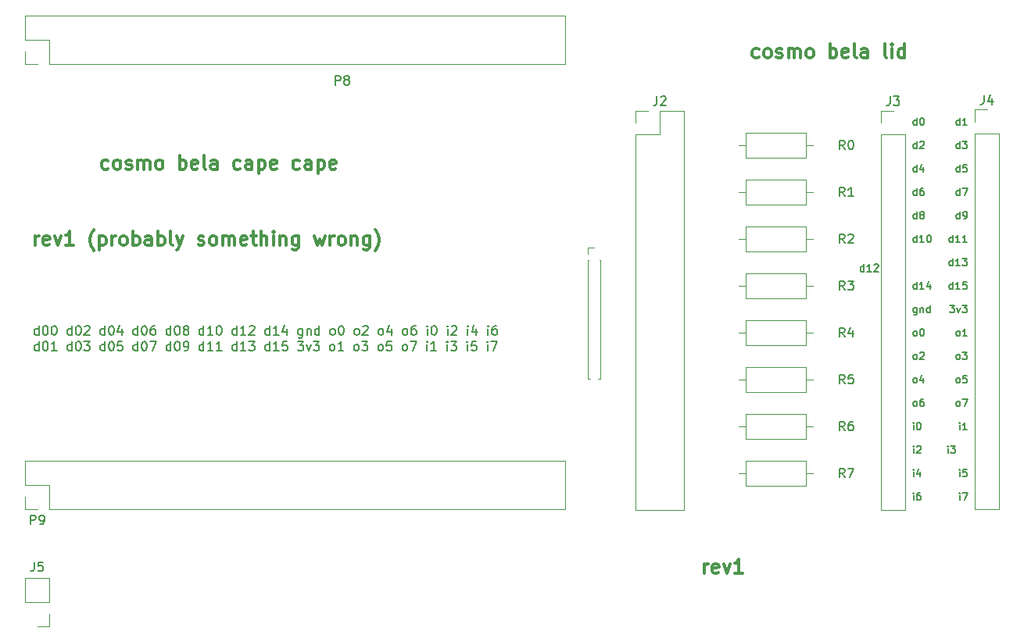
<source format=gto>
G04 #@! TF.GenerationSoftware,KiCad,Pcbnew,5.0.0-rc2-dev-unknown-r12463-620c2af3*
G04 #@! TF.CreationDate,2018-03-22T22:12:43+01:00*
G04 #@! TF.ProjectId,bela-cape2,62656C612D63617065322E6B69636164,rev?*
G04 #@! TF.SameCoordinates,Original*
G04 #@! TF.FileFunction,Legend,Top*
G04 #@! TF.FilePolarity,Positive*
%FSLAX46Y46*%
G04 Gerber Fmt 4.6, Leading zero omitted, Abs format (unit mm)*
G04 Created by KiCad (PCBNEW 5.0.0-rc2-dev-unknown-r12463-620c2af3) date Thu Mar 22 22:12:43 2018*
%MOMM*%
%LPD*%
G01*
G04 APERTURE LIST*
%ADD10C,0.150000*%
%ADD11C,0.300000*%
%ADD12C,0.200000*%
%ADD13C,0.120000*%
G04 APERTURE END LIST*
D10*
X188053214Y-84181904D02*
X188053214Y-83381904D01*
X188053214Y-84143809D02*
X187977023Y-84181904D01*
X187824642Y-84181904D01*
X187748452Y-84143809D01*
X187710357Y-84105714D01*
X187672261Y-84029523D01*
X187672261Y-83800952D01*
X187710357Y-83724761D01*
X187748452Y-83686666D01*
X187824642Y-83648571D01*
X187977023Y-83648571D01*
X188053214Y-83686666D01*
X188853214Y-84181904D02*
X188396071Y-84181904D01*
X188624642Y-84181904D02*
X188624642Y-83381904D01*
X188548452Y-83496190D01*
X188472261Y-83572380D01*
X188396071Y-83610476D01*
X189615119Y-84181904D02*
X189157976Y-84181904D01*
X189386547Y-84181904D02*
X189386547Y-83381904D01*
X189310357Y-83496190D01*
X189234166Y-83572380D01*
X189157976Y-83610476D01*
X188815119Y-76561904D02*
X188815119Y-75761904D01*
X188815119Y-76523809D02*
X188738928Y-76561904D01*
X188586547Y-76561904D01*
X188510357Y-76523809D01*
X188472261Y-76485714D01*
X188434166Y-76409523D01*
X188434166Y-76180952D01*
X188472261Y-76104761D01*
X188510357Y-76066666D01*
X188586547Y-76028571D01*
X188738928Y-76028571D01*
X188815119Y-76066666D01*
X189577023Y-75761904D02*
X189196071Y-75761904D01*
X189157976Y-76142857D01*
X189196071Y-76104761D01*
X189272261Y-76066666D01*
X189462738Y-76066666D01*
X189538928Y-76104761D01*
X189577023Y-76142857D01*
X189615119Y-76219047D01*
X189615119Y-76409523D01*
X189577023Y-76485714D01*
X189538928Y-76523809D01*
X189462738Y-76561904D01*
X189272261Y-76561904D01*
X189196071Y-76523809D01*
X189157976Y-76485714D01*
X187748452Y-91001904D02*
X188243690Y-91001904D01*
X187977023Y-91306666D01*
X188091309Y-91306666D01*
X188167500Y-91344761D01*
X188205595Y-91382857D01*
X188243690Y-91459047D01*
X188243690Y-91649523D01*
X188205595Y-91725714D01*
X188167500Y-91763809D01*
X188091309Y-91801904D01*
X187862738Y-91801904D01*
X187786547Y-91763809D01*
X187748452Y-91725714D01*
X188510357Y-91268571D02*
X188700833Y-91801904D01*
X188891309Y-91268571D01*
X189119880Y-91001904D02*
X189615119Y-91001904D01*
X189348452Y-91306666D01*
X189462738Y-91306666D01*
X189538928Y-91344761D01*
X189577023Y-91382857D01*
X189615119Y-91459047D01*
X189615119Y-91649523D01*
X189577023Y-91725714D01*
X189538928Y-91763809D01*
X189462738Y-91801904D01*
X189234166Y-91801904D01*
X189157976Y-91763809D01*
X189119880Y-91725714D01*
X188586547Y-101961904D02*
X188510357Y-101923809D01*
X188472261Y-101885714D01*
X188434166Y-101809523D01*
X188434166Y-101580952D01*
X188472261Y-101504761D01*
X188510357Y-101466666D01*
X188586547Y-101428571D01*
X188700833Y-101428571D01*
X188777023Y-101466666D01*
X188815119Y-101504761D01*
X188853214Y-101580952D01*
X188853214Y-101809523D01*
X188815119Y-101885714D01*
X188777023Y-101923809D01*
X188700833Y-101961904D01*
X188586547Y-101961904D01*
X189119880Y-101161904D02*
X189653214Y-101161904D01*
X189310357Y-101961904D01*
X188815119Y-71481904D02*
X188815119Y-70681904D01*
X188815119Y-71443809D02*
X188738928Y-71481904D01*
X188586547Y-71481904D01*
X188510357Y-71443809D01*
X188472261Y-71405714D01*
X188434166Y-71329523D01*
X188434166Y-71100952D01*
X188472261Y-71024761D01*
X188510357Y-70986666D01*
X188586547Y-70948571D01*
X188738928Y-70948571D01*
X188815119Y-70986666D01*
X189615119Y-71481904D02*
X189157976Y-71481904D01*
X189386547Y-71481904D02*
X189386547Y-70681904D01*
X189310357Y-70796190D01*
X189234166Y-70872380D01*
X189157976Y-70910476D01*
X188815119Y-74021904D02*
X188815119Y-73221904D01*
X188815119Y-73983809D02*
X188738928Y-74021904D01*
X188586547Y-74021904D01*
X188510357Y-73983809D01*
X188472261Y-73945714D01*
X188434166Y-73869523D01*
X188434166Y-73640952D01*
X188472261Y-73564761D01*
X188510357Y-73526666D01*
X188586547Y-73488571D01*
X188738928Y-73488571D01*
X188815119Y-73526666D01*
X189119880Y-73221904D02*
X189615119Y-73221904D01*
X189348452Y-73526666D01*
X189462738Y-73526666D01*
X189538928Y-73564761D01*
X189577023Y-73602857D01*
X189615119Y-73679047D01*
X189615119Y-73869523D01*
X189577023Y-73945714D01*
X189538928Y-73983809D01*
X189462738Y-74021904D01*
X189234166Y-74021904D01*
X189157976Y-73983809D01*
X189119880Y-73945714D01*
X188586547Y-96881904D02*
X188510357Y-96843809D01*
X188472261Y-96805714D01*
X188434166Y-96729523D01*
X188434166Y-96500952D01*
X188472261Y-96424761D01*
X188510357Y-96386666D01*
X188586547Y-96348571D01*
X188700833Y-96348571D01*
X188777023Y-96386666D01*
X188815119Y-96424761D01*
X188853214Y-96500952D01*
X188853214Y-96729523D01*
X188815119Y-96805714D01*
X188777023Y-96843809D01*
X188700833Y-96881904D01*
X188586547Y-96881904D01*
X189119880Y-96081904D02*
X189615119Y-96081904D01*
X189348452Y-96386666D01*
X189462738Y-96386666D01*
X189538928Y-96424761D01*
X189577023Y-96462857D01*
X189615119Y-96539047D01*
X189615119Y-96729523D01*
X189577023Y-96805714D01*
X189538928Y-96843809D01*
X189462738Y-96881904D01*
X189234166Y-96881904D01*
X189157976Y-96843809D01*
X189119880Y-96805714D01*
X188815119Y-81641904D02*
X188815119Y-80841904D01*
X188815119Y-81603809D02*
X188738928Y-81641904D01*
X188586547Y-81641904D01*
X188510357Y-81603809D01*
X188472261Y-81565714D01*
X188434166Y-81489523D01*
X188434166Y-81260952D01*
X188472261Y-81184761D01*
X188510357Y-81146666D01*
X188586547Y-81108571D01*
X188738928Y-81108571D01*
X188815119Y-81146666D01*
X189234166Y-81641904D02*
X189386547Y-81641904D01*
X189462738Y-81603809D01*
X189500833Y-81565714D01*
X189577023Y-81451428D01*
X189615119Y-81299047D01*
X189615119Y-80994285D01*
X189577023Y-80918095D01*
X189538928Y-80880000D01*
X189462738Y-80841904D01*
X189310357Y-80841904D01*
X189234166Y-80880000D01*
X189196071Y-80918095D01*
X189157976Y-80994285D01*
X189157976Y-81184761D01*
X189196071Y-81260952D01*
X189234166Y-81299047D01*
X189310357Y-81337142D01*
X189462738Y-81337142D01*
X189538928Y-81299047D01*
X189577023Y-81260952D01*
X189615119Y-81184761D01*
X188815119Y-104501904D02*
X188815119Y-103968571D01*
X188815119Y-103701904D02*
X188777023Y-103740000D01*
X188815119Y-103778095D01*
X188853214Y-103740000D01*
X188815119Y-103701904D01*
X188815119Y-103778095D01*
X189615119Y-104501904D02*
X189157976Y-104501904D01*
X189386547Y-104501904D02*
X189386547Y-103701904D01*
X189310357Y-103816190D01*
X189234166Y-103892380D01*
X189157976Y-103930476D01*
X188815119Y-109581904D02*
X188815119Y-109048571D01*
X188815119Y-108781904D02*
X188777023Y-108820000D01*
X188815119Y-108858095D01*
X188853214Y-108820000D01*
X188815119Y-108781904D01*
X188815119Y-108858095D01*
X189577023Y-108781904D02*
X189196071Y-108781904D01*
X189157976Y-109162857D01*
X189196071Y-109124761D01*
X189272261Y-109086666D01*
X189462738Y-109086666D01*
X189538928Y-109124761D01*
X189577023Y-109162857D01*
X189615119Y-109239047D01*
X189615119Y-109429523D01*
X189577023Y-109505714D01*
X189538928Y-109543809D01*
X189462738Y-109581904D01*
X189272261Y-109581904D01*
X189196071Y-109543809D01*
X189157976Y-109505714D01*
X188053214Y-86721904D02*
X188053214Y-85921904D01*
X188053214Y-86683809D02*
X187977023Y-86721904D01*
X187824642Y-86721904D01*
X187748452Y-86683809D01*
X187710357Y-86645714D01*
X187672261Y-86569523D01*
X187672261Y-86340952D01*
X187710357Y-86264761D01*
X187748452Y-86226666D01*
X187824642Y-86188571D01*
X187977023Y-86188571D01*
X188053214Y-86226666D01*
X188853214Y-86721904D02*
X188396071Y-86721904D01*
X188624642Y-86721904D02*
X188624642Y-85921904D01*
X188548452Y-86036190D01*
X188472261Y-86112380D01*
X188396071Y-86150476D01*
X189119880Y-85921904D02*
X189615119Y-85921904D01*
X189348452Y-86226666D01*
X189462738Y-86226666D01*
X189538928Y-86264761D01*
X189577023Y-86302857D01*
X189615119Y-86379047D01*
X189615119Y-86569523D01*
X189577023Y-86645714D01*
X189538928Y-86683809D01*
X189462738Y-86721904D01*
X189234166Y-86721904D01*
X189157976Y-86683809D01*
X189119880Y-86645714D01*
X187545119Y-107041904D02*
X187545119Y-106508571D01*
X187545119Y-106241904D02*
X187507023Y-106280000D01*
X187545119Y-106318095D01*
X187583214Y-106280000D01*
X187545119Y-106241904D01*
X187545119Y-106318095D01*
X187849880Y-106241904D02*
X188345119Y-106241904D01*
X188078452Y-106546666D01*
X188192738Y-106546666D01*
X188268928Y-106584761D01*
X188307023Y-106622857D01*
X188345119Y-106699047D01*
X188345119Y-106889523D01*
X188307023Y-106965714D01*
X188268928Y-107003809D01*
X188192738Y-107041904D01*
X187964166Y-107041904D01*
X187887976Y-107003809D01*
X187849880Y-106965714D01*
X188815119Y-79101904D02*
X188815119Y-78301904D01*
X188815119Y-79063809D02*
X188738928Y-79101904D01*
X188586547Y-79101904D01*
X188510357Y-79063809D01*
X188472261Y-79025714D01*
X188434166Y-78949523D01*
X188434166Y-78720952D01*
X188472261Y-78644761D01*
X188510357Y-78606666D01*
X188586547Y-78568571D01*
X188738928Y-78568571D01*
X188815119Y-78606666D01*
X189119880Y-78301904D02*
X189653214Y-78301904D01*
X189310357Y-79101904D01*
X188053214Y-89261904D02*
X188053214Y-88461904D01*
X188053214Y-89223809D02*
X187977023Y-89261904D01*
X187824642Y-89261904D01*
X187748452Y-89223809D01*
X187710357Y-89185714D01*
X187672261Y-89109523D01*
X187672261Y-88880952D01*
X187710357Y-88804761D01*
X187748452Y-88766666D01*
X187824642Y-88728571D01*
X187977023Y-88728571D01*
X188053214Y-88766666D01*
X188853214Y-89261904D02*
X188396071Y-89261904D01*
X188624642Y-89261904D02*
X188624642Y-88461904D01*
X188548452Y-88576190D01*
X188472261Y-88652380D01*
X188396071Y-88690476D01*
X189577023Y-88461904D02*
X189196071Y-88461904D01*
X189157976Y-88842857D01*
X189196071Y-88804761D01*
X189272261Y-88766666D01*
X189462738Y-88766666D01*
X189538928Y-88804761D01*
X189577023Y-88842857D01*
X189615119Y-88919047D01*
X189615119Y-89109523D01*
X189577023Y-89185714D01*
X189538928Y-89223809D01*
X189462738Y-89261904D01*
X189272261Y-89261904D01*
X189196071Y-89223809D01*
X189157976Y-89185714D01*
X188586547Y-99421904D02*
X188510357Y-99383809D01*
X188472261Y-99345714D01*
X188434166Y-99269523D01*
X188434166Y-99040952D01*
X188472261Y-98964761D01*
X188510357Y-98926666D01*
X188586547Y-98888571D01*
X188700833Y-98888571D01*
X188777023Y-98926666D01*
X188815119Y-98964761D01*
X188853214Y-99040952D01*
X188853214Y-99269523D01*
X188815119Y-99345714D01*
X188777023Y-99383809D01*
X188700833Y-99421904D01*
X188586547Y-99421904D01*
X189577023Y-98621904D02*
X189196071Y-98621904D01*
X189157976Y-99002857D01*
X189196071Y-98964761D01*
X189272261Y-98926666D01*
X189462738Y-98926666D01*
X189538928Y-98964761D01*
X189577023Y-99002857D01*
X189615119Y-99079047D01*
X189615119Y-99269523D01*
X189577023Y-99345714D01*
X189538928Y-99383809D01*
X189462738Y-99421904D01*
X189272261Y-99421904D01*
X189196071Y-99383809D01*
X189157976Y-99345714D01*
X188815119Y-112121904D02*
X188815119Y-111588571D01*
X188815119Y-111321904D02*
X188777023Y-111360000D01*
X188815119Y-111398095D01*
X188853214Y-111360000D01*
X188815119Y-111321904D01*
X188815119Y-111398095D01*
X189119880Y-111321904D02*
X189653214Y-111321904D01*
X189310357Y-112121904D01*
X188586547Y-94341904D02*
X188510357Y-94303809D01*
X188472261Y-94265714D01*
X188434166Y-94189523D01*
X188434166Y-93960952D01*
X188472261Y-93884761D01*
X188510357Y-93846666D01*
X188586547Y-93808571D01*
X188700833Y-93808571D01*
X188777023Y-93846666D01*
X188815119Y-93884761D01*
X188853214Y-93960952D01*
X188853214Y-94189523D01*
X188815119Y-94265714D01*
X188777023Y-94303809D01*
X188700833Y-94341904D01*
X188586547Y-94341904D01*
X189615119Y-94341904D02*
X189157976Y-94341904D01*
X189386547Y-94341904D02*
X189386547Y-93541904D01*
X189310357Y-93656190D01*
X189234166Y-93732380D01*
X189157976Y-93770476D01*
X183802976Y-112121904D02*
X183802976Y-111588571D01*
X183802976Y-111321904D02*
X183764880Y-111360000D01*
X183802976Y-111398095D01*
X183841071Y-111360000D01*
X183802976Y-111321904D01*
X183802976Y-111398095D01*
X184526785Y-111321904D02*
X184374404Y-111321904D01*
X184298214Y-111360000D01*
X184260119Y-111398095D01*
X184183928Y-111512380D01*
X184145833Y-111664761D01*
X184145833Y-111969523D01*
X184183928Y-112045714D01*
X184222023Y-112083809D01*
X184298214Y-112121904D01*
X184450595Y-112121904D01*
X184526785Y-112083809D01*
X184564880Y-112045714D01*
X184602976Y-111969523D01*
X184602976Y-111779047D01*
X184564880Y-111702857D01*
X184526785Y-111664761D01*
X184450595Y-111626666D01*
X184298214Y-111626666D01*
X184222023Y-111664761D01*
X184183928Y-111702857D01*
X184145833Y-111779047D01*
X183802976Y-109581904D02*
X183802976Y-109048571D01*
X183802976Y-108781904D02*
X183764880Y-108820000D01*
X183802976Y-108858095D01*
X183841071Y-108820000D01*
X183802976Y-108781904D01*
X183802976Y-108858095D01*
X184526785Y-109048571D02*
X184526785Y-109581904D01*
X184336309Y-108743809D02*
X184145833Y-109315238D01*
X184641071Y-109315238D01*
X183802976Y-107041904D02*
X183802976Y-106508571D01*
X183802976Y-106241904D02*
X183764880Y-106280000D01*
X183802976Y-106318095D01*
X183841071Y-106280000D01*
X183802976Y-106241904D01*
X183802976Y-106318095D01*
X184145833Y-106318095D02*
X184183928Y-106280000D01*
X184260119Y-106241904D01*
X184450595Y-106241904D01*
X184526785Y-106280000D01*
X184564880Y-106318095D01*
X184602976Y-106394285D01*
X184602976Y-106470476D01*
X184564880Y-106584761D01*
X184107738Y-107041904D01*
X184602976Y-107041904D01*
X183802976Y-104501904D02*
X183802976Y-103968571D01*
X183802976Y-103701904D02*
X183764880Y-103740000D01*
X183802976Y-103778095D01*
X183841071Y-103740000D01*
X183802976Y-103701904D01*
X183802976Y-103778095D01*
X184336309Y-103701904D02*
X184412500Y-103701904D01*
X184488690Y-103740000D01*
X184526785Y-103778095D01*
X184564880Y-103854285D01*
X184602976Y-104006666D01*
X184602976Y-104197142D01*
X184564880Y-104349523D01*
X184526785Y-104425714D01*
X184488690Y-104463809D01*
X184412500Y-104501904D01*
X184336309Y-104501904D01*
X184260119Y-104463809D01*
X184222023Y-104425714D01*
X184183928Y-104349523D01*
X184145833Y-104197142D01*
X184145833Y-104006666D01*
X184183928Y-103854285D01*
X184222023Y-103778095D01*
X184260119Y-103740000D01*
X184336309Y-103701904D01*
X183917261Y-101961904D02*
X183841071Y-101923809D01*
X183802976Y-101885714D01*
X183764880Y-101809523D01*
X183764880Y-101580952D01*
X183802976Y-101504761D01*
X183841071Y-101466666D01*
X183917261Y-101428571D01*
X184031547Y-101428571D01*
X184107738Y-101466666D01*
X184145833Y-101504761D01*
X184183928Y-101580952D01*
X184183928Y-101809523D01*
X184145833Y-101885714D01*
X184107738Y-101923809D01*
X184031547Y-101961904D01*
X183917261Y-101961904D01*
X184869642Y-101161904D02*
X184717261Y-101161904D01*
X184641071Y-101200000D01*
X184602976Y-101238095D01*
X184526785Y-101352380D01*
X184488690Y-101504761D01*
X184488690Y-101809523D01*
X184526785Y-101885714D01*
X184564880Y-101923809D01*
X184641071Y-101961904D01*
X184793452Y-101961904D01*
X184869642Y-101923809D01*
X184907738Y-101885714D01*
X184945833Y-101809523D01*
X184945833Y-101619047D01*
X184907738Y-101542857D01*
X184869642Y-101504761D01*
X184793452Y-101466666D01*
X184641071Y-101466666D01*
X184564880Y-101504761D01*
X184526785Y-101542857D01*
X184488690Y-101619047D01*
X183917261Y-99421904D02*
X183841071Y-99383809D01*
X183802976Y-99345714D01*
X183764880Y-99269523D01*
X183764880Y-99040952D01*
X183802976Y-98964761D01*
X183841071Y-98926666D01*
X183917261Y-98888571D01*
X184031547Y-98888571D01*
X184107738Y-98926666D01*
X184145833Y-98964761D01*
X184183928Y-99040952D01*
X184183928Y-99269523D01*
X184145833Y-99345714D01*
X184107738Y-99383809D01*
X184031547Y-99421904D01*
X183917261Y-99421904D01*
X184869642Y-98888571D02*
X184869642Y-99421904D01*
X184679166Y-98583809D02*
X184488690Y-99155238D01*
X184983928Y-99155238D01*
X183917261Y-96881904D02*
X183841071Y-96843809D01*
X183802976Y-96805714D01*
X183764880Y-96729523D01*
X183764880Y-96500952D01*
X183802976Y-96424761D01*
X183841071Y-96386666D01*
X183917261Y-96348571D01*
X184031547Y-96348571D01*
X184107738Y-96386666D01*
X184145833Y-96424761D01*
X184183928Y-96500952D01*
X184183928Y-96729523D01*
X184145833Y-96805714D01*
X184107738Y-96843809D01*
X184031547Y-96881904D01*
X183917261Y-96881904D01*
X184488690Y-96158095D02*
X184526785Y-96120000D01*
X184602976Y-96081904D01*
X184793452Y-96081904D01*
X184869642Y-96120000D01*
X184907738Y-96158095D01*
X184945833Y-96234285D01*
X184945833Y-96310476D01*
X184907738Y-96424761D01*
X184450595Y-96881904D01*
X184945833Y-96881904D01*
X183917261Y-94341904D02*
X183841071Y-94303809D01*
X183802976Y-94265714D01*
X183764880Y-94189523D01*
X183764880Y-93960952D01*
X183802976Y-93884761D01*
X183841071Y-93846666D01*
X183917261Y-93808571D01*
X184031547Y-93808571D01*
X184107738Y-93846666D01*
X184145833Y-93884761D01*
X184183928Y-93960952D01*
X184183928Y-94189523D01*
X184145833Y-94265714D01*
X184107738Y-94303809D01*
X184031547Y-94341904D01*
X183917261Y-94341904D01*
X184679166Y-93541904D02*
X184755357Y-93541904D01*
X184831547Y-93580000D01*
X184869642Y-93618095D01*
X184907738Y-93694285D01*
X184945833Y-93846666D01*
X184945833Y-94037142D01*
X184907738Y-94189523D01*
X184869642Y-94265714D01*
X184831547Y-94303809D01*
X184755357Y-94341904D01*
X184679166Y-94341904D01*
X184602976Y-94303809D01*
X184564880Y-94265714D01*
X184526785Y-94189523D01*
X184488690Y-94037142D01*
X184488690Y-93846666D01*
X184526785Y-93694285D01*
X184564880Y-93618095D01*
X184602976Y-93580000D01*
X184679166Y-93541904D01*
X184145833Y-91268571D02*
X184145833Y-91916190D01*
X184107738Y-91992380D01*
X184069642Y-92030476D01*
X183993452Y-92068571D01*
X183879166Y-92068571D01*
X183802976Y-92030476D01*
X184145833Y-91763809D02*
X184069642Y-91801904D01*
X183917261Y-91801904D01*
X183841071Y-91763809D01*
X183802976Y-91725714D01*
X183764880Y-91649523D01*
X183764880Y-91420952D01*
X183802976Y-91344761D01*
X183841071Y-91306666D01*
X183917261Y-91268571D01*
X184069642Y-91268571D01*
X184145833Y-91306666D01*
X184526785Y-91268571D02*
X184526785Y-91801904D01*
X184526785Y-91344761D02*
X184564880Y-91306666D01*
X184641071Y-91268571D01*
X184755357Y-91268571D01*
X184831547Y-91306666D01*
X184869642Y-91382857D01*
X184869642Y-91801904D01*
X185593452Y-91801904D02*
X185593452Y-91001904D01*
X185593452Y-91763809D02*
X185517261Y-91801904D01*
X185364880Y-91801904D01*
X185288690Y-91763809D01*
X185250595Y-91725714D01*
X185212500Y-91649523D01*
X185212500Y-91420952D01*
X185250595Y-91344761D01*
X185288690Y-91306666D01*
X185364880Y-91268571D01*
X185517261Y-91268571D01*
X185593452Y-91306666D01*
X184145833Y-89261904D02*
X184145833Y-88461904D01*
X184145833Y-89223809D02*
X184069642Y-89261904D01*
X183917261Y-89261904D01*
X183841071Y-89223809D01*
X183802976Y-89185714D01*
X183764880Y-89109523D01*
X183764880Y-88880952D01*
X183802976Y-88804761D01*
X183841071Y-88766666D01*
X183917261Y-88728571D01*
X184069642Y-88728571D01*
X184145833Y-88766666D01*
X184945833Y-89261904D02*
X184488690Y-89261904D01*
X184717261Y-89261904D02*
X184717261Y-88461904D01*
X184641071Y-88576190D01*
X184564880Y-88652380D01*
X184488690Y-88690476D01*
X185631547Y-88728571D02*
X185631547Y-89261904D01*
X185441071Y-88423809D02*
X185250595Y-88995238D01*
X185745833Y-88995238D01*
X178430833Y-87356904D02*
X178430833Y-86556904D01*
X178430833Y-87318809D02*
X178354642Y-87356904D01*
X178202261Y-87356904D01*
X178126071Y-87318809D01*
X178087976Y-87280714D01*
X178049880Y-87204523D01*
X178049880Y-86975952D01*
X178087976Y-86899761D01*
X178126071Y-86861666D01*
X178202261Y-86823571D01*
X178354642Y-86823571D01*
X178430833Y-86861666D01*
X179230833Y-87356904D02*
X178773690Y-87356904D01*
X179002261Y-87356904D02*
X179002261Y-86556904D01*
X178926071Y-86671190D01*
X178849880Y-86747380D01*
X178773690Y-86785476D01*
X179535595Y-86633095D02*
X179573690Y-86595000D01*
X179649880Y-86556904D01*
X179840357Y-86556904D01*
X179916547Y-86595000D01*
X179954642Y-86633095D01*
X179992738Y-86709285D01*
X179992738Y-86785476D01*
X179954642Y-86899761D01*
X179497500Y-87356904D01*
X179992738Y-87356904D01*
X184145833Y-84181904D02*
X184145833Y-83381904D01*
X184145833Y-84143809D02*
X184069642Y-84181904D01*
X183917261Y-84181904D01*
X183841071Y-84143809D01*
X183802976Y-84105714D01*
X183764880Y-84029523D01*
X183764880Y-83800952D01*
X183802976Y-83724761D01*
X183841071Y-83686666D01*
X183917261Y-83648571D01*
X184069642Y-83648571D01*
X184145833Y-83686666D01*
X184945833Y-84181904D02*
X184488690Y-84181904D01*
X184717261Y-84181904D02*
X184717261Y-83381904D01*
X184641071Y-83496190D01*
X184564880Y-83572380D01*
X184488690Y-83610476D01*
X185441071Y-83381904D02*
X185517261Y-83381904D01*
X185593452Y-83420000D01*
X185631547Y-83458095D01*
X185669642Y-83534285D01*
X185707738Y-83686666D01*
X185707738Y-83877142D01*
X185669642Y-84029523D01*
X185631547Y-84105714D01*
X185593452Y-84143809D01*
X185517261Y-84181904D01*
X185441071Y-84181904D01*
X185364880Y-84143809D01*
X185326785Y-84105714D01*
X185288690Y-84029523D01*
X185250595Y-83877142D01*
X185250595Y-83686666D01*
X185288690Y-83534285D01*
X185326785Y-83458095D01*
X185364880Y-83420000D01*
X185441071Y-83381904D01*
X184145833Y-81641904D02*
X184145833Y-80841904D01*
X184145833Y-81603809D02*
X184069642Y-81641904D01*
X183917261Y-81641904D01*
X183841071Y-81603809D01*
X183802976Y-81565714D01*
X183764880Y-81489523D01*
X183764880Y-81260952D01*
X183802976Y-81184761D01*
X183841071Y-81146666D01*
X183917261Y-81108571D01*
X184069642Y-81108571D01*
X184145833Y-81146666D01*
X184641071Y-81184761D02*
X184564880Y-81146666D01*
X184526785Y-81108571D01*
X184488690Y-81032380D01*
X184488690Y-80994285D01*
X184526785Y-80918095D01*
X184564880Y-80880000D01*
X184641071Y-80841904D01*
X184793452Y-80841904D01*
X184869642Y-80880000D01*
X184907738Y-80918095D01*
X184945833Y-80994285D01*
X184945833Y-81032380D01*
X184907738Y-81108571D01*
X184869642Y-81146666D01*
X184793452Y-81184761D01*
X184641071Y-81184761D01*
X184564880Y-81222857D01*
X184526785Y-81260952D01*
X184488690Y-81337142D01*
X184488690Y-81489523D01*
X184526785Y-81565714D01*
X184564880Y-81603809D01*
X184641071Y-81641904D01*
X184793452Y-81641904D01*
X184869642Y-81603809D01*
X184907738Y-81565714D01*
X184945833Y-81489523D01*
X184945833Y-81337142D01*
X184907738Y-81260952D01*
X184869642Y-81222857D01*
X184793452Y-81184761D01*
X184145833Y-79101904D02*
X184145833Y-78301904D01*
X184145833Y-79063809D02*
X184069642Y-79101904D01*
X183917261Y-79101904D01*
X183841071Y-79063809D01*
X183802976Y-79025714D01*
X183764880Y-78949523D01*
X183764880Y-78720952D01*
X183802976Y-78644761D01*
X183841071Y-78606666D01*
X183917261Y-78568571D01*
X184069642Y-78568571D01*
X184145833Y-78606666D01*
X184869642Y-78301904D02*
X184717261Y-78301904D01*
X184641071Y-78340000D01*
X184602976Y-78378095D01*
X184526785Y-78492380D01*
X184488690Y-78644761D01*
X184488690Y-78949523D01*
X184526785Y-79025714D01*
X184564880Y-79063809D01*
X184641071Y-79101904D01*
X184793452Y-79101904D01*
X184869642Y-79063809D01*
X184907738Y-79025714D01*
X184945833Y-78949523D01*
X184945833Y-78759047D01*
X184907738Y-78682857D01*
X184869642Y-78644761D01*
X184793452Y-78606666D01*
X184641071Y-78606666D01*
X184564880Y-78644761D01*
X184526785Y-78682857D01*
X184488690Y-78759047D01*
X184145833Y-76561904D02*
X184145833Y-75761904D01*
X184145833Y-76523809D02*
X184069642Y-76561904D01*
X183917261Y-76561904D01*
X183841071Y-76523809D01*
X183802976Y-76485714D01*
X183764880Y-76409523D01*
X183764880Y-76180952D01*
X183802976Y-76104761D01*
X183841071Y-76066666D01*
X183917261Y-76028571D01*
X184069642Y-76028571D01*
X184145833Y-76066666D01*
X184869642Y-76028571D02*
X184869642Y-76561904D01*
X184679166Y-75723809D02*
X184488690Y-76295238D01*
X184983928Y-76295238D01*
X184145833Y-74021904D02*
X184145833Y-73221904D01*
X184145833Y-73983809D02*
X184069642Y-74021904D01*
X183917261Y-74021904D01*
X183841071Y-73983809D01*
X183802976Y-73945714D01*
X183764880Y-73869523D01*
X183764880Y-73640952D01*
X183802976Y-73564761D01*
X183841071Y-73526666D01*
X183917261Y-73488571D01*
X184069642Y-73488571D01*
X184145833Y-73526666D01*
X184488690Y-73298095D02*
X184526785Y-73260000D01*
X184602976Y-73221904D01*
X184793452Y-73221904D01*
X184869642Y-73260000D01*
X184907738Y-73298095D01*
X184945833Y-73374285D01*
X184945833Y-73450476D01*
X184907738Y-73564761D01*
X184450595Y-74021904D01*
X184945833Y-74021904D01*
X184145833Y-71481904D02*
X184145833Y-70681904D01*
X184145833Y-71443809D02*
X184069642Y-71481904D01*
X183917261Y-71481904D01*
X183841071Y-71443809D01*
X183802976Y-71405714D01*
X183764880Y-71329523D01*
X183764880Y-71100952D01*
X183802976Y-71024761D01*
X183841071Y-70986666D01*
X183917261Y-70948571D01*
X184069642Y-70948571D01*
X184145833Y-70986666D01*
X184679166Y-70681904D02*
X184755357Y-70681904D01*
X184831547Y-70720000D01*
X184869642Y-70758095D01*
X184907738Y-70834285D01*
X184945833Y-70986666D01*
X184945833Y-71177142D01*
X184907738Y-71329523D01*
X184869642Y-71405714D01*
X184831547Y-71443809D01*
X184755357Y-71481904D01*
X184679166Y-71481904D01*
X184602976Y-71443809D01*
X184564880Y-71405714D01*
X184526785Y-71329523D01*
X184488690Y-71177142D01*
X184488690Y-70986666D01*
X184526785Y-70834285D01*
X184564880Y-70758095D01*
X184602976Y-70720000D01*
X184679166Y-70681904D01*
D11*
X161159285Y-120058571D02*
X161159285Y-119058571D01*
X161159285Y-119344285D02*
X161230714Y-119201428D01*
X161302142Y-119130000D01*
X161445000Y-119058571D01*
X161587857Y-119058571D01*
X162659285Y-119987142D02*
X162516428Y-120058571D01*
X162230714Y-120058571D01*
X162087857Y-119987142D01*
X162016428Y-119844285D01*
X162016428Y-119272857D01*
X162087857Y-119130000D01*
X162230714Y-119058571D01*
X162516428Y-119058571D01*
X162659285Y-119130000D01*
X162730714Y-119272857D01*
X162730714Y-119415714D01*
X162016428Y-119558571D01*
X163230714Y-119058571D02*
X163587857Y-120058571D01*
X163945000Y-119058571D01*
X165302142Y-120058571D02*
X164445000Y-120058571D01*
X164873571Y-120058571D02*
X164873571Y-118558571D01*
X164730714Y-118772857D01*
X164587857Y-118915714D01*
X164445000Y-118987142D01*
X167053571Y-64107142D02*
X166910714Y-64178571D01*
X166625000Y-64178571D01*
X166482142Y-64107142D01*
X166410714Y-64035714D01*
X166339285Y-63892857D01*
X166339285Y-63464285D01*
X166410714Y-63321428D01*
X166482142Y-63250000D01*
X166625000Y-63178571D01*
X166910714Y-63178571D01*
X167053571Y-63250000D01*
X167910714Y-64178571D02*
X167767857Y-64107142D01*
X167696428Y-64035714D01*
X167625000Y-63892857D01*
X167625000Y-63464285D01*
X167696428Y-63321428D01*
X167767857Y-63250000D01*
X167910714Y-63178571D01*
X168125000Y-63178571D01*
X168267857Y-63250000D01*
X168339285Y-63321428D01*
X168410714Y-63464285D01*
X168410714Y-63892857D01*
X168339285Y-64035714D01*
X168267857Y-64107142D01*
X168125000Y-64178571D01*
X167910714Y-64178571D01*
X168982142Y-64107142D02*
X169125000Y-64178571D01*
X169410714Y-64178571D01*
X169553571Y-64107142D01*
X169625000Y-63964285D01*
X169625000Y-63892857D01*
X169553571Y-63750000D01*
X169410714Y-63678571D01*
X169196428Y-63678571D01*
X169053571Y-63607142D01*
X168982142Y-63464285D01*
X168982142Y-63392857D01*
X169053571Y-63250000D01*
X169196428Y-63178571D01*
X169410714Y-63178571D01*
X169553571Y-63250000D01*
X170267857Y-64178571D02*
X170267857Y-63178571D01*
X170267857Y-63321428D02*
X170339285Y-63250000D01*
X170482142Y-63178571D01*
X170696428Y-63178571D01*
X170839285Y-63250000D01*
X170910714Y-63392857D01*
X170910714Y-64178571D01*
X170910714Y-63392857D02*
X170982142Y-63250000D01*
X171125000Y-63178571D01*
X171339285Y-63178571D01*
X171482142Y-63250000D01*
X171553571Y-63392857D01*
X171553571Y-64178571D01*
X172482142Y-64178571D02*
X172339285Y-64107142D01*
X172267857Y-64035714D01*
X172196428Y-63892857D01*
X172196428Y-63464285D01*
X172267857Y-63321428D01*
X172339285Y-63250000D01*
X172482142Y-63178571D01*
X172696428Y-63178571D01*
X172839285Y-63250000D01*
X172910714Y-63321428D01*
X172982142Y-63464285D01*
X172982142Y-63892857D01*
X172910714Y-64035714D01*
X172839285Y-64107142D01*
X172696428Y-64178571D01*
X172482142Y-64178571D01*
X174767857Y-64178571D02*
X174767857Y-62678571D01*
X174767857Y-63250000D02*
X174910714Y-63178571D01*
X175196428Y-63178571D01*
X175339285Y-63250000D01*
X175410714Y-63321428D01*
X175482142Y-63464285D01*
X175482142Y-63892857D01*
X175410714Y-64035714D01*
X175339285Y-64107142D01*
X175196428Y-64178571D01*
X174910714Y-64178571D01*
X174767857Y-64107142D01*
X176696428Y-64107142D02*
X176553571Y-64178571D01*
X176267857Y-64178571D01*
X176125000Y-64107142D01*
X176053571Y-63964285D01*
X176053571Y-63392857D01*
X176125000Y-63250000D01*
X176267857Y-63178571D01*
X176553571Y-63178571D01*
X176696428Y-63250000D01*
X176767857Y-63392857D01*
X176767857Y-63535714D01*
X176053571Y-63678571D01*
X177625000Y-64178571D02*
X177482142Y-64107142D01*
X177410714Y-63964285D01*
X177410714Y-62678571D01*
X178839285Y-64178571D02*
X178839285Y-63392857D01*
X178767857Y-63250000D01*
X178625000Y-63178571D01*
X178339285Y-63178571D01*
X178196428Y-63250000D01*
X178839285Y-64107142D02*
X178696428Y-64178571D01*
X178339285Y-64178571D01*
X178196428Y-64107142D01*
X178125000Y-63964285D01*
X178125000Y-63821428D01*
X178196428Y-63678571D01*
X178339285Y-63607142D01*
X178696428Y-63607142D01*
X178839285Y-63535714D01*
X180910714Y-64178571D02*
X180767857Y-64107142D01*
X180696428Y-63964285D01*
X180696428Y-62678571D01*
X181482142Y-64178571D02*
X181482142Y-63178571D01*
X181482142Y-62678571D02*
X181410714Y-62750000D01*
X181482142Y-62821428D01*
X181553571Y-62750000D01*
X181482142Y-62678571D01*
X181482142Y-62821428D01*
X182839285Y-64178571D02*
X182839285Y-62678571D01*
X182839285Y-64107142D02*
X182696428Y-64178571D01*
X182410714Y-64178571D01*
X182267857Y-64107142D01*
X182196428Y-64035714D01*
X182125000Y-63892857D01*
X182125000Y-63464285D01*
X182196428Y-63321428D01*
X182267857Y-63250000D01*
X182410714Y-63178571D01*
X182696428Y-63178571D01*
X182839285Y-63250000D01*
X88707857Y-84498571D02*
X88707857Y-83498571D01*
X88707857Y-83784285D02*
X88779285Y-83641428D01*
X88850714Y-83570000D01*
X88993571Y-83498571D01*
X89136428Y-83498571D01*
X90207857Y-84427142D02*
X90065000Y-84498571D01*
X89779285Y-84498571D01*
X89636428Y-84427142D01*
X89565000Y-84284285D01*
X89565000Y-83712857D01*
X89636428Y-83570000D01*
X89779285Y-83498571D01*
X90065000Y-83498571D01*
X90207857Y-83570000D01*
X90279285Y-83712857D01*
X90279285Y-83855714D01*
X89565000Y-83998571D01*
X90779285Y-83498571D02*
X91136428Y-84498571D01*
X91493571Y-83498571D01*
X92850714Y-84498571D02*
X91993571Y-84498571D01*
X92422142Y-84498571D02*
X92422142Y-82998571D01*
X92279285Y-83212857D01*
X92136428Y-83355714D01*
X91993571Y-83427142D01*
X95065000Y-85070000D02*
X94993571Y-84998571D01*
X94850714Y-84784285D01*
X94779285Y-84641428D01*
X94707857Y-84427142D01*
X94636428Y-84070000D01*
X94636428Y-83784285D01*
X94707857Y-83427142D01*
X94779285Y-83212857D01*
X94850714Y-83070000D01*
X94993571Y-82855714D01*
X95065000Y-82784285D01*
X95636428Y-83498571D02*
X95636428Y-84998571D01*
X95636428Y-83570000D02*
X95779285Y-83498571D01*
X96065000Y-83498571D01*
X96207857Y-83570000D01*
X96279285Y-83641428D01*
X96350714Y-83784285D01*
X96350714Y-84212857D01*
X96279285Y-84355714D01*
X96207857Y-84427142D01*
X96065000Y-84498571D01*
X95779285Y-84498571D01*
X95636428Y-84427142D01*
X96993571Y-84498571D02*
X96993571Y-83498571D01*
X96993571Y-83784285D02*
X97065000Y-83641428D01*
X97136428Y-83570000D01*
X97279285Y-83498571D01*
X97422142Y-83498571D01*
X98136428Y-84498571D02*
X97993571Y-84427142D01*
X97922142Y-84355714D01*
X97850714Y-84212857D01*
X97850714Y-83784285D01*
X97922142Y-83641428D01*
X97993571Y-83570000D01*
X98136428Y-83498571D01*
X98350714Y-83498571D01*
X98493571Y-83570000D01*
X98565000Y-83641428D01*
X98636428Y-83784285D01*
X98636428Y-84212857D01*
X98565000Y-84355714D01*
X98493571Y-84427142D01*
X98350714Y-84498571D01*
X98136428Y-84498571D01*
X99279285Y-84498571D02*
X99279285Y-82998571D01*
X99279285Y-83570000D02*
X99422142Y-83498571D01*
X99707857Y-83498571D01*
X99850714Y-83570000D01*
X99922142Y-83641428D01*
X99993571Y-83784285D01*
X99993571Y-84212857D01*
X99922142Y-84355714D01*
X99850714Y-84427142D01*
X99707857Y-84498571D01*
X99422142Y-84498571D01*
X99279285Y-84427142D01*
X101279285Y-84498571D02*
X101279285Y-83712857D01*
X101207857Y-83570000D01*
X101065000Y-83498571D01*
X100779285Y-83498571D01*
X100636428Y-83570000D01*
X101279285Y-84427142D02*
X101136428Y-84498571D01*
X100779285Y-84498571D01*
X100636428Y-84427142D01*
X100565000Y-84284285D01*
X100565000Y-84141428D01*
X100636428Y-83998571D01*
X100779285Y-83927142D01*
X101136428Y-83927142D01*
X101279285Y-83855714D01*
X101993571Y-84498571D02*
X101993571Y-82998571D01*
X101993571Y-83570000D02*
X102136428Y-83498571D01*
X102422142Y-83498571D01*
X102565000Y-83570000D01*
X102636428Y-83641428D01*
X102707857Y-83784285D01*
X102707857Y-84212857D01*
X102636428Y-84355714D01*
X102565000Y-84427142D01*
X102422142Y-84498571D01*
X102136428Y-84498571D01*
X101993571Y-84427142D01*
X103565000Y-84498571D02*
X103422142Y-84427142D01*
X103350714Y-84284285D01*
X103350714Y-82998571D01*
X103993571Y-83498571D02*
X104350714Y-84498571D01*
X104707857Y-83498571D02*
X104350714Y-84498571D01*
X104207857Y-84855714D01*
X104136428Y-84927142D01*
X103993571Y-84998571D01*
X106350714Y-84427142D02*
X106493571Y-84498571D01*
X106779285Y-84498571D01*
X106922142Y-84427142D01*
X106993571Y-84284285D01*
X106993571Y-84212857D01*
X106922142Y-84070000D01*
X106779285Y-83998571D01*
X106565000Y-83998571D01*
X106422142Y-83927142D01*
X106350714Y-83784285D01*
X106350714Y-83712857D01*
X106422142Y-83570000D01*
X106565000Y-83498571D01*
X106779285Y-83498571D01*
X106922142Y-83570000D01*
X107850714Y-84498571D02*
X107707857Y-84427142D01*
X107636428Y-84355714D01*
X107565000Y-84212857D01*
X107565000Y-83784285D01*
X107636428Y-83641428D01*
X107707857Y-83570000D01*
X107850714Y-83498571D01*
X108065000Y-83498571D01*
X108207857Y-83570000D01*
X108279285Y-83641428D01*
X108350714Y-83784285D01*
X108350714Y-84212857D01*
X108279285Y-84355714D01*
X108207857Y-84427142D01*
X108065000Y-84498571D01*
X107850714Y-84498571D01*
X108993571Y-84498571D02*
X108993571Y-83498571D01*
X108993571Y-83641428D02*
X109065000Y-83570000D01*
X109207857Y-83498571D01*
X109422142Y-83498571D01*
X109565000Y-83570000D01*
X109636428Y-83712857D01*
X109636428Y-84498571D01*
X109636428Y-83712857D02*
X109707857Y-83570000D01*
X109850714Y-83498571D01*
X110065000Y-83498571D01*
X110207857Y-83570000D01*
X110279285Y-83712857D01*
X110279285Y-84498571D01*
X111565000Y-84427142D02*
X111422142Y-84498571D01*
X111136428Y-84498571D01*
X110993571Y-84427142D01*
X110922142Y-84284285D01*
X110922142Y-83712857D01*
X110993571Y-83570000D01*
X111136428Y-83498571D01*
X111422142Y-83498571D01*
X111565000Y-83570000D01*
X111636428Y-83712857D01*
X111636428Y-83855714D01*
X110922142Y-83998571D01*
X112065000Y-83498571D02*
X112636428Y-83498571D01*
X112279285Y-82998571D02*
X112279285Y-84284285D01*
X112350714Y-84427142D01*
X112493571Y-84498571D01*
X112636428Y-84498571D01*
X113136428Y-84498571D02*
X113136428Y-82998571D01*
X113779285Y-84498571D02*
X113779285Y-83712857D01*
X113707857Y-83570000D01*
X113565000Y-83498571D01*
X113350714Y-83498571D01*
X113207857Y-83570000D01*
X113136428Y-83641428D01*
X114493571Y-84498571D02*
X114493571Y-83498571D01*
X114493571Y-82998571D02*
X114422142Y-83070000D01*
X114493571Y-83141428D01*
X114565000Y-83070000D01*
X114493571Y-82998571D01*
X114493571Y-83141428D01*
X115207857Y-83498571D02*
X115207857Y-84498571D01*
X115207857Y-83641428D02*
X115279285Y-83570000D01*
X115422142Y-83498571D01*
X115636428Y-83498571D01*
X115779285Y-83570000D01*
X115850714Y-83712857D01*
X115850714Y-84498571D01*
X117207857Y-83498571D02*
X117207857Y-84712857D01*
X117136428Y-84855714D01*
X117065000Y-84927142D01*
X116922142Y-84998571D01*
X116707857Y-84998571D01*
X116565000Y-84927142D01*
X117207857Y-84427142D02*
X117065000Y-84498571D01*
X116779285Y-84498571D01*
X116636428Y-84427142D01*
X116565000Y-84355714D01*
X116493571Y-84212857D01*
X116493571Y-83784285D01*
X116565000Y-83641428D01*
X116636428Y-83570000D01*
X116779285Y-83498571D01*
X117065000Y-83498571D01*
X117207857Y-83570000D01*
X118922142Y-83498571D02*
X119207857Y-84498571D01*
X119493571Y-83784285D01*
X119779285Y-84498571D01*
X120065000Y-83498571D01*
X120636428Y-84498571D02*
X120636428Y-83498571D01*
X120636428Y-83784285D02*
X120707857Y-83641428D01*
X120779285Y-83570000D01*
X120922142Y-83498571D01*
X121065000Y-83498571D01*
X121779285Y-84498571D02*
X121636428Y-84427142D01*
X121565000Y-84355714D01*
X121493571Y-84212857D01*
X121493571Y-83784285D01*
X121565000Y-83641428D01*
X121636428Y-83570000D01*
X121779285Y-83498571D01*
X121993571Y-83498571D01*
X122136428Y-83570000D01*
X122207857Y-83641428D01*
X122279285Y-83784285D01*
X122279285Y-84212857D01*
X122207857Y-84355714D01*
X122136428Y-84427142D01*
X121993571Y-84498571D01*
X121779285Y-84498571D01*
X122922142Y-83498571D02*
X122922142Y-84498571D01*
X122922142Y-83641428D02*
X122993571Y-83570000D01*
X123136428Y-83498571D01*
X123350714Y-83498571D01*
X123493571Y-83570000D01*
X123565000Y-83712857D01*
X123565000Y-84498571D01*
X124922142Y-83498571D02*
X124922142Y-84712857D01*
X124850714Y-84855714D01*
X124779285Y-84927142D01*
X124636428Y-84998571D01*
X124422142Y-84998571D01*
X124279285Y-84927142D01*
X124922142Y-84427142D02*
X124779285Y-84498571D01*
X124493571Y-84498571D01*
X124350714Y-84427142D01*
X124279285Y-84355714D01*
X124207857Y-84212857D01*
X124207857Y-83784285D01*
X124279285Y-83641428D01*
X124350714Y-83570000D01*
X124493571Y-83498571D01*
X124779285Y-83498571D01*
X124922142Y-83570000D01*
X125493571Y-85070000D02*
X125565000Y-84998571D01*
X125707857Y-84784285D01*
X125779285Y-84641428D01*
X125850714Y-84427142D01*
X125922142Y-84070000D01*
X125922142Y-83784285D01*
X125850714Y-83427142D01*
X125779285Y-83212857D01*
X125707857Y-83070000D01*
X125565000Y-82855714D01*
X125493571Y-82784285D01*
X96585000Y-76172142D02*
X96442142Y-76243571D01*
X96156428Y-76243571D01*
X96013571Y-76172142D01*
X95942142Y-76100714D01*
X95870714Y-75957857D01*
X95870714Y-75529285D01*
X95942142Y-75386428D01*
X96013571Y-75315000D01*
X96156428Y-75243571D01*
X96442142Y-75243571D01*
X96585000Y-75315000D01*
X97442142Y-76243571D02*
X97299285Y-76172142D01*
X97227857Y-76100714D01*
X97156428Y-75957857D01*
X97156428Y-75529285D01*
X97227857Y-75386428D01*
X97299285Y-75315000D01*
X97442142Y-75243571D01*
X97656428Y-75243571D01*
X97799285Y-75315000D01*
X97870714Y-75386428D01*
X97942142Y-75529285D01*
X97942142Y-75957857D01*
X97870714Y-76100714D01*
X97799285Y-76172142D01*
X97656428Y-76243571D01*
X97442142Y-76243571D01*
X98513571Y-76172142D02*
X98656428Y-76243571D01*
X98942142Y-76243571D01*
X99085000Y-76172142D01*
X99156428Y-76029285D01*
X99156428Y-75957857D01*
X99085000Y-75815000D01*
X98942142Y-75743571D01*
X98727857Y-75743571D01*
X98585000Y-75672142D01*
X98513571Y-75529285D01*
X98513571Y-75457857D01*
X98585000Y-75315000D01*
X98727857Y-75243571D01*
X98942142Y-75243571D01*
X99085000Y-75315000D01*
X99799285Y-76243571D02*
X99799285Y-75243571D01*
X99799285Y-75386428D02*
X99870714Y-75315000D01*
X100013571Y-75243571D01*
X100227857Y-75243571D01*
X100370714Y-75315000D01*
X100442142Y-75457857D01*
X100442142Y-76243571D01*
X100442142Y-75457857D02*
X100513571Y-75315000D01*
X100656428Y-75243571D01*
X100870714Y-75243571D01*
X101013571Y-75315000D01*
X101085000Y-75457857D01*
X101085000Y-76243571D01*
X102013571Y-76243571D02*
X101870714Y-76172142D01*
X101799285Y-76100714D01*
X101727857Y-75957857D01*
X101727857Y-75529285D01*
X101799285Y-75386428D01*
X101870714Y-75315000D01*
X102013571Y-75243571D01*
X102227857Y-75243571D01*
X102370714Y-75315000D01*
X102442142Y-75386428D01*
X102513571Y-75529285D01*
X102513571Y-75957857D01*
X102442142Y-76100714D01*
X102370714Y-76172142D01*
X102227857Y-76243571D01*
X102013571Y-76243571D01*
X104299285Y-76243571D02*
X104299285Y-74743571D01*
X104299285Y-75315000D02*
X104442142Y-75243571D01*
X104727857Y-75243571D01*
X104870714Y-75315000D01*
X104942142Y-75386428D01*
X105013571Y-75529285D01*
X105013571Y-75957857D01*
X104942142Y-76100714D01*
X104870714Y-76172142D01*
X104727857Y-76243571D01*
X104442142Y-76243571D01*
X104299285Y-76172142D01*
X106227857Y-76172142D02*
X106085000Y-76243571D01*
X105799285Y-76243571D01*
X105656428Y-76172142D01*
X105585000Y-76029285D01*
X105585000Y-75457857D01*
X105656428Y-75315000D01*
X105799285Y-75243571D01*
X106085000Y-75243571D01*
X106227857Y-75315000D01*
X106299285Y-75457857D01*
X106299285Y-75600714D01*
X105585000Y-75743571D01*
X107156428Y-76243571D02*
X107013571Y-76172142D01*
X106942142Y-76029285D01*
X106942142Y-74743571D01*
X108370714Y-76243571D02*
X108370714Y-75457857D01*
X108299285Y-75315000D01*
X108156428Y-75243571D01*
X107870714Y-75243571D01*
X107727857Y-75315000D01*
X108370714Y-76172142D02*
X108227857Y-76243571D01*
X107870714Y-76243571D01*
X107727857Y-76172142D01*
X107656428Y-76029285D01*
X107656428Y-75886428D01*
X107727857Y-75743571D01*
X107870714Y-75672142D01*
X108227857Y-75672142D01*
X108370714Y-75600714D01*
X110870714Y-76172142D02*
X110727857Y-76243571D01*
X110442142Y-76243571D01*
X110299285Y-76172142D01*
X110227857Y-76100714D01*
X110156428Y-75957857D01*
X110156428Y-75529285D01*
X110227857Y-75386428D01*
X110299285Y-75315000D01*
X110442142Y-75243571D01*
X110727857Y-75243571D01*
X110870714Y-75315000D01*
X112156428Y-76243571D02*
X112156428Y-75457857D01*
X112085000Y-75315000D01*
X111942142Y-75243571D01*
X111656428Y-75243571D01*
X111513571Y-75315000D01*
X112156428Y-76172142D02*
X112013571Y-76243571D01*
X111656428Y-76243571D01*
X111513571Y-76172142D01*
X111442142Y-76029285D01*
X111442142Y-75886428D01*
X111513571Y-75743571D01*
X111656428Y-75672142D01*
X112013571Y-75672142D01*
X112156428Y-75600714D01*
X112870714Y-75243571D02*
X112870714Y-76743571D01*
X112870714Y-75315000D02*
X113013571Y-75243571D01*
X113299285Y-75243571D01*
X113442142Y-75315000D01*
X113513571Y-75386428D01*
X113585000Y-75529285D01*
X113585000Y-75957857D01*
X113513571Y-76100714D01*
X113442142Y-76172142D01*
X113299285Y-76243571D01*
X113013571Y-76243571D01*
X112870714Y-76172142D01*
X114799285Y-76172142D02*
X114656428Y-76243571D01*
X114370714Y-76243571D01*
X114227857Y-76172142D01*
X114156428Y-76029285D01*
X114156428Y-75457857D01*
X114227857Y-75315000D01*
X114370714Y-75243571D01*
X114656428Y-75243571D01*
X114799285Y-75315000D01*
X114870714Y-75457857D01*
X114870714Y-75600714D01*
X114156428Y-75743571D01*
X117299285Y-76172142D02*
X117156428Y-76243571D01*
X116870714Y-76243571D01*
X116727857Y-76172142D01*
X116656428Y-76100714D01*
X116585000Y-75957857D01*
X116585000Y-75529285D01*
X116656428Y-75386428D01*
X116727857Y-75315000D01*
X116870714Y-75243571D01*
X117156428Y-75243571D01*
X117299285Y-75315000D01*
X118585000Y-76243571D02*
X118585000Y-75457857D01*
X118513571Y-75315000D01*
X118370714Y-75243571D01*
X118085000Y-75243571D01*
X117942142Y-75315000D01*
X118585000Y-76172142D02*
X118442142Y-76243571D01*
X118085000Y-76243571D01*
X117942142Y-76172142D01*
X117870714Y-76029285D01*
X117870714Y-75886428D01*
X117942142Y-75743571D01*
X118085000Y-75672142D01*
X118442142Y-75672142D01*
X118585000Y-75600714D01*
X119299285Y-75243571D02*
X119299285Y-76743571D01*
X119299285Y-75315000D02*
X119442142Y-75243571D01*
X119727857Y-75243571D01*
X119870714Y-75315000D01*
X119942142Y-75386428D01*
X120013571Y-75529285D01*
X120013571Y-75957857D01*
X119942142Y-76100714D01*
X119870714Y-76172142D01*
X119727857Y-76243571D01*
X119442142Y-76243571D01*
X119299285Y-76172142D01*
X121227857Y-76172142D02*
X121085000Y-76243571D01*
X120799285Y-76243571D01*
X120656428Y-76172142D01*
X120585000Y-76029285D01*
X120585000Y-75457857D01*
X120656428Y-75315000D01*
X120799285Y-75243571D01*
X121085000Y-75243571D01*
X121227857Y-75315000D01*
X121299285Y-75457857D01*
X121299285Y-75600714D01*
X120585000Y-75743571D01*
D12*
X89061666Y-94217380D02*
X89061666Y-93217380D01*
X89061666Y-94169761D02*
X88966428Y-94217380D01*
X88775952Y-94217380D01*
X88680714Y-94169761D01*
X88633095Y-94122142D01*
X88585476Y-94026904D01*
X88585476Y-93741190D01*
X88633095Y-93645952D01*
X88680714Y-93598333D01*
X88775952Y-93550714D01*
X88966428Y-93550714D01*
X89061666Y-93598333D01*
X89728333Y-93217380D02*
X89823571Y-93217380D01*
X89918809Y-93265000D01*
X89966428Y-93312619D01*
X90014047Y-93407857D01*
X90061666Y-93598333D01*
X90061666Y-93836428D01*
X90014047Y-94026904D01*
X89966428Y-94122142D01*
X89918809Y-94169761D01*
X89823571Y-94217380D01*
X89728333Y-94217380D01*
X89633095Y-94169761D01*
X89585476Y-94122142D01*
X89537857Y-94026904D01*
X89490238Y-93836428D01*
X89490238Y-93598333D01*
X89537857Y-93407857D01*
X89585476Y-93312619D01*
X89633095Y-93265000D01*
X89728333Y-93217380D01*
X90680714Y-93217380D02*
X90775952Y-93217380D01*
X90871190Y-93265000D01*
X90918809Y-93312619D01*
X90966428Y-93407857D01*
X91014047Y-93598333D01*
X91014047Y-93836428D01*
X90966428Y-94026904D01*
X90918809Y-94122142D01*
X90871190Y-94169761D01*
X90775952Y-94217380D01*
X90680714Y-94217380D01*
X90585476Y-94169761D01*
X90537857Y-94122142D01*
X90490238Y-94026904D01*
X90442619Y-93836428D01*
X90442619Y-93598333D01*
X90490238Y-93407857D01*
X90537857Y-93312619D01*
X90585476Y-93265000D01*
X90680714Y-93217380D01*
X92633095Y-94217380D02*
X92633095Y-93217380D01*
X92633095Y-94169761D02*
X92537857Y-94217380D01*
X92347380Y-94217380D01*
X92252142Y-94169761D01*
X92204523Y-94122142D01*
X92156904Y-94026904D01*
X92156904Y-93741190D01*
X92204523Y-93645952D01*
X92252142Y-93598333D01*
X92347380Y-93550714D01*
X92537857Y-93550714D01*
X92633095Y-93598333D01*
X93299761Y-93217380D02*
X93395000Y-93217380D01*
X93490238Y-93265000D01*
X93537857Y-93312619D01*
X93585476Y-93407857D01*
X93633095Y-93598333D01*
X93633095Y-93836428D01*
X93585476Y-94026904D01*
X93537857Y-94122142D01*
X93490238Y-94169761D01*
X93395000Y-94217380D01*
X93299761Y-94217380D01*
X93204523Y-94169761D01*
X93156904Y-94122142D01*
X93109285Y-94026904D01*
X93061666Y-93836428D01*
X93061666Y-93598333D01*
X93109285Y-93407857D01*
X93156904Y-93312619D01*
X93204523Y-93265000D01*
X93299761Y-93217380D01*
X94014047Y-93312619D02*
X94061666Y-93265000D01*
X94156904Y-93217380D01*
X94395000Y-93217380D01*
X94490238Y-93265000D01*
X94537857Y-93312619D01*
X94585476Y-93407857D01*
X94585476Y-93503095D01*
X94537857Y-93645952D01*
X93966428Y-94217380D01*
X94585476Y-94217380D01*
X96204523Y-94217380D02*
X96204523Y-93217380D01*
X96204523Y-94169761D02*
X96109285Y-94217380D01*
X95918809Y-94217380D01*
X95823571Y-94169761D01*
X95775952Y-94122142D01*
X95728333Y-94026904D01*
X95728333Y-93741190D01*
X95775952Y-93645952D01*
X95823571Y-93598333D01*
X95918809Y-93550714D01*
X96109285Y-93550714D01*
X96204523Y-93598333D01*
X96871190Y-93217380D02*
X96966428Y-93217380D01*
X97061666Y-93265000D01*
X97109285Y-93312619D01*
X97156904Y-93407857D01*
X97204523Y-93598333D01*
X97204523Y-93836428D01*
X97156904Y-94026904D01*
X97109285Y-94122142D01*
X97061666Y-94169761D01*
X96966428Y-94217380D01*
X96871190Y-94217380D01*
X96775952Y-94169761D01*
X96728333Y-94122142D01*
X96680714Y-94026904D01*
X96633095Y-93836428D01*
X96633095Y-93598333D01*
X96680714Y-93407857D01*
X96728333Y-93312619D01*
X96775952Y-93265000D01*
X96871190Y-93217380D01*
X98061666Y-93550714D02*
X98061666Y-94217380D01*
X97823571Y-93169761D02*
X97585476Y-93884047D01*
X98204523Y-93884047D01*
X99775952Y-94217380D02*
X99775952Y-93217380D01*
X99775952Y-94169761D02*
X99680714Y-94217380D01*
X99490238Y-94217380D01*
X99395000Y-94169761D01*
X99347380Y-94122142D01*
X99299761Y-94026904D01*
X99299761Y-93741190D01*
X99347380Y-93645952D01*
X99395000Y-93598333D01*
X99490238Y-93550714D01*
X99680714Y-93550714D01*
X99775952Y-93598333D01*
X100442619Y-93217380D02*
X100537857Y-93217380D01*
X100633095Y-93265000D01*
X100680714Y-93312619D01*
X100728333Y-93407857D01*
X100775952Y-93598333D01*
X100775952Y-93836428D01*
X100728333Y-94026904D01*
X100680714Y-94122142D01*
X100633095Y-94169761D01*
X100537857Y-94217380D01*
X100442619Y-94217380D01*
X100347380Y-94169761D01*
X100299761Y-94122142D01*
X100252142Y-94026904D01*
X100204523Y-93836428D01*
X100204523Y-93598333D01*
X100252142Y-93407857D01*
X100299761Y-93312619D01*
X100347380Y-93265000D01*
X100442619Y-93217380D01*
X101633095Y-93217380D02*
X101442619Y-93217380D01*
X101347380Y-93265000D01*
X101299761Y-93312619D01*
X101204523Y-93455476D01*
X101156904Y-93645952D01*
X101156904Y-94026904D01*
X101204523Y-94122142D01*
X101252142Y-94169761D01*
X101347380Y-94217380D01*
X101537857Y-94217380D01*
X101633095Y-94169761D01*
X101680714Y-94122142D01*
X101728333Y-94026904D01*
X101728333Y-93788809D01*
X101680714Y-93693571D01*
X101633095Y-93645952D01*
X101537857Y-93598333D01*
X101347380Y-93598333D01*
X101252142Y-93645952D01*
X101204523Y-93693571D01*
X101156904Y-93788809D01*
X103347380Y-94217380D02*
X103347380Y-93217380D01*
X103347380Y-94169761D02*
X103252142Y-94217380D01*
X103061666Y-94217380D01*
X102966428Y-94169761D01*
X102918809Y-94122142D01*
X102871190Y-94026904D01*
X102871190Y-93741190D01*
X102918809Y-93645952D01*
X102966428Y-93598333D01*
X103061666Y-93550714D01*
X103252142Y-93550714D01*
X103347380Y-93598333D01*
X104014047Y-93217380D02*
X104109285Y-93217380D01*
X104204523Y-93265000D01*
X104252142Y-93312619D01*
X104299761Y-93407857D01*
X104347380Y-93598333D01*
X104347380Y-93836428D01*
X104299761Y-94026904D01*
X104252142Y-94122142D01*
X104204523Y-94169761D01*
X104109285Y-94217380D01*
X104014047Y-94217380D01*
X103918809Y-94169761D01*
X103871190Y-94122142D01*
X103823571Y-94026904D01*
X103775952Y-93836428D01*
X103775952Y-93598333D01*
X103823571Y-93407857D01*
X103871190Y-93312619D01*
X103918809Y-93265000D01*
X104014047Y-93217380D01*
X104918809Y-93645952D02*
X104823571Y-93598333D01*
X104775952Y-93550714D01*
X104728333Y-93455476D01*
X104728333Y-93407857D01*
X104775952Y-93312619D01*
X104823571Y-93265000D01*
X104918809Y-93217380D01*
X105109285Y-93217380D01*
X105204523Y-93265000D01*
X105252142Y-93312619D01*
X105299761Y-93407857D01*
X105299761Y-93455476D01*
X105252142Y-93550714D01*
X105204523Y-93598333D01*
X105109285Y-93645952D01*
X104918809Y-93645952D01*
X104823571Y-93693571D01*
X104775952Y-93741190D01*
X104728333Y-93836428D01*
X104728333Y-94026904D01*
X104775952Y-94122142D01*
X104823571Y-94169761D01*
X104918809Y-94217380D01*
X105109285Y-94217380D01*
X105204523Y-94169761D01*
X105252142Y-94122142D01*
X105299761Y-94026904D01*
X105299761Y-93836428D01*
X105252142Y-93741190D01*
X105204523Y-93693571D01*
X105109285Y-93645952D01*
X106918809Y-94217380D02*
X106918809Y-93217380D01*
X106918809Y-94169761D02*
X106823571Y-94217380D01*
X106633095Y-94217380D01*
X106537857Y-94169761D01*
X106490238Y-94122142D01*
X106442619Y-94026904D01*
X106442619Y-93741190D01*
X106490238Y-93645952D01*
X106537857Y-93598333D01*
X106633095Y-93550714D01*
X106823571Y-93550714D01*
X106918809Y-93598333D01*
X107918809Y-94217380D02*
X107347380Y-94217380D01*
X107633095Y-94217380D02*
X107633095Y-93217380D01*
X107537857Y-93360238D01*
X107442619Y-93455476D01*
X107347380Y-93503095D01*
X108537857Y-93217380D02*
X108633095Y-93217380D01*
X108728333Y-93265000D01*
X108775952Y-93312619D01*
X108823571Y-93407857D01*
X108871190Y-93598333D01*
X108871190Y-93836428D01*
X108823571Y-94026904D01*
X108775952Y-94122142D01*
X108728333Y-94169761D01*
X108633095Y-94217380D01*
X108537857Y-94217380D01*
X108442619Y-94169761D01*
X108395000Y-94122142D01*
X108347380Y-94026904D01*
X108299761Y-93836428D01*
X108299761Y-93598333D01*
X108347380Y-93407857D01*
X108395000Y-93312619D01*
X108442619Y-93265000D01*
X108537857Y-93217380D01*
X110490238Y-94217380D02*
X110490238Y-93217380D01*
X110490238Y-94169761D02*
X110394999Y-94217380D01*
X110204523Y-94217380D01*
X110109285Y-94169761D01*
X110061666Y-94122142D01*
X110014047Y-94026904D01*
X110014047Y-93741190D01*
X110061666Y-93645952D01*
X110109285Y-93598333D01*
X110204523Y-93550714D01*
X110394999Y-93550714D01*
X110490238Y-93598333D01*
X111490238Y-94217380D02*
X110918809Y-94217380D01*
X111204523Y-94217380D02*
X111204523Y-93217380D01*
X111109285Y-93360238D01*
X111014047Y-93455476D01*
X110918809Y-93503095D01*
X111871190Y-93312619D02*
X111918809Y-93265000D01*
X112014047Y-93217380D01*
X112252142Y-93217380D01*
X112347380Y-93265000D01*
X112394999Y-93312619D01*
X112442619Y-93407857D01*
X112442619Y-93503095D01*
X112394999Y-93645952D01*
X111823571Y-94217380D01*
X112442619Y-94217380D01*
X114061666Y-94217380D02*
X114061666Y-93217380D01*
X114061666Y-94169761D02*
X113966428Y-94217380D01*
X113775952Y-94217380D01*
X113680714Y-94169761D01*
X113633095Y-94122142D01*
X113585476Y-94026904D01*
X113585476Y-93741190D01*
X113633095Y-93645952D01*
X113680714Y-93598333D01*
X113775952Y-93550714D01*
X113966428Y-93550714D01*
X114061666Y-93598333D01*
X115061666Y-94217380D02*
X114490238Y-94217380D01*
X114775952Y-94217380D02*
X114775952Y-93217380D01*
X114680714Y-93360238D01*
X114585476Y-93455476D01*
X114490238Y-93503095D01*
X115918809Y-93550714D02*
X115918809Y-94217380D01*
X115680714Y-93169761D02*
X115442619Y-93884047D01*
X116061666Y-93884047D01*
X117633095Y-93550714D02*
X117633095Y-94360238D01*
X117585476Y-94455476D01*
X117537857Y-94503095D01*
X117442619Y-94550714D01*
X117299761Y-94550714D01*
X117204523Y-94503095D01*
X117633095Y-94169761D02*
X117537857Y-94217380D01*
X117347380Y-94217380D01*
X117252142Y-94169761D01*
X117204523Y-94122142D01*
X117156904Y-94026904D01*
X117156904Y-93741190D01*
X117204523Y-93645952D01*
X117252142Y-93598333D01*
X117347380Y-93550714D01*
X117537857Y-93550714D01*
X117633095Y-93598333D01*
X118109285Y-93550714D02*
X118109285Y-94217380D01*
X118109285Y-93645952D02*
X118156904Y-93598333D01*
X118252142Y-93550714D01*
X118394999Y-93550714D01*
X118490238Y-93598333D01*
X118537857Y-93693571D01*
X118537857Y-94217380D01*
X119442619Y-94217380D02*
X119442619Y-93217380D01*
X119442619Y-94169761D02*
X119347380Y-94217380D01*
X119156904Y-94217380D01*
X119061666Y-94169761D01*
X119014047Y-94122142D01*
X118966428Y-94026904D01*
X118966428Y-93741190D01*
X119014047Y-93645952D01*
X119061666Y-93598333D01*
X119156904Y-93550714D01*
X119347380Y-93550714D01*
X119442619Y-93598333D01*
X120823571Y-94217380D02*
X120728333Y-94169761D01*
X120680714Y-94122142D01*
X120633095Y-94026904D01*
X120633095Y-93741190D01*
X120680714Y-93645952D01*
X120728333Y-93598333D01*
X120823571Y-93550714D01*
X120966428Y-93550714D01*
X121061666Y-93598333D01*
X121109285Y-93645952D01*
X121156904Y-93741190D01*
X121156904Y-94026904D01*
X121109285Y-94122142D01*
X121061666Y-94169761D01*
X120966428Y-94217380D01*
X120823571Y-94217380D01*
X121775952Y-93217380D02*
X121871190Y-93217380D01*
X121966428Y-93265000D01*
X122014047Y-93312619D01*
X122061666Y-93407857D01*
X122109285Y-93598333D01*
X122109285Y-93836428D01*
X122061666Y-94026904D01*
X122014047Y-94122142D01*
X121966428Y-94169761D01*
X121871190Y-94217380D01*
X121775952Y-94217380D01*
X121680714Y-94169761D01*
X121633095Y-94122142D01*
X121585476Y-94026904D01*
X121537857Y-93836428D01*
X121537857Y-93598333D01*
X121585476Y-93407857D01*
X121633095Y-93312619D01*
X121680714Y-93265000D01*
X121775952Y-93217380D01*
X123442619Y-94217380D02*
X123347380Y-94169761D01*
X123299761Y-94122142D01*
X123252142Y-94026904D01*
X123252142Y-93741190D01*
X123299761Y-93645952D01*
X123347380Y-93598333D01*
X123442619Y-93550714D01*
X123585476Y-93550714D01*
X123680714Y-93598333D01*
X123728333Y-93645952D01*
X123775952Y-93741190D01*
X123775952Y-94026904D01*
X123728333Y-94122142D01*
X123680714Y-94169761D01*
X123585476Y-94217380D01*
X123442619Y-94217380D01*
X124156904Y-93312619D02*
X124204523Y-93265000D01*
X124299761Y-93217380D01*
X124537857Y-93217380D01*
X124633095Y-93265000D01*
X124680714Y-93312619D01*
X124728333Y-93407857D01*
X124728333Y-93503095D01*
X124680714Y-93645952D01*
X124109285Y-94217380D01*
X124728333Y-94217380D01*
X126061666Y-94217380D02*
X125966428Y-94169761D01*
X125918809Y-94122142D01*
X125871190Y-94026904D01*
X125871190Y-93741190D01*
X125918809Y-93645952D01*
X125966428Y-93598333D01*
X126061666Y-93550714D01*
X126204523Y-93550714D01*
X126299761Y-93598333D01*
X126347380Y-93645952D01*
X126394999Y-93741190D01*
X126394999Y-94026904D01*
X126347380Y-94122142D01*
X126299761Y-94169761D01*
X126204523Y-94217380D01*
X126061666Y-94217380D01*
X127252142Y-93550714D02*
X127252142Y-94217380D01*
X127014047Y-93169761D02*
X126775952Y-93884047D01*
X127394999Y-93884047D01*
X128680714Y-94217380D02*
X128585476Y-94169761D01*
X128537857Y-94122142D01*
X128490238Y-94026904D01*
X128490238Y-93741190D01*
X128537857Y-93645952D01*
X128585476Y-93598333D01*
X128680714Y-93550714D01*
X128823571Y-93550714D01*
X128918809Y-93598333D01*
X128966428Y-93645952D01*
X129014047Y-93741190D01*
X129014047Y-94026904D01*
X128966428Y-94122142D01*
X128918809Y-94169761D01*
X128823571Y-94217380D01*
X128680714Y-94217380D01*
X129871190Y-93217380D02*
X129680714Y-93217380D01*
X129585476Y-93265000D01*
X129537857Y-93312619D01*
X129442619Y-93455476D01*
X129394999Y-93645952D01*
X129394999Y-94026904D01*
X129442619Y-94122142D01*
X129490238Y-94169761D01*
X129585476Y-94217380D01*
X129775952Y-94217380D01*
X129871190Y-94169761D01*
X129918809Y-94122142D01*
X129966428Y-94026904D01*
X129966428Y-93788809D01*
X129918809Y-93693571D01*
X129871190Y-93645952D01*
X129775952Y-93598333D01*
X129585476Y-93598333D01*
X129490238Y-93645952D01*
X129442619Y-93693571D01*
X129394999Y-93788809D01*
X131156904Y-94217380D02*
X131156904Y-93550714D01*
X131156904Y-93217380D02*
X131109285Y-93265000D01*
X131156904Y-93312619D01*
X131204523Y-93265000D01*
X131156904Y-93217380D01*
X131156904Y-93312619D01*
X131823571Y-93217380D02*
X131918809Y-93217380D01*
X132014047Y-93265000D01*
X132061666Y-93312619D01*
X132109285Y-93407857D01*
X132156904Y-93598333D01*
X132156904Y-93836428D01*
X132109285Y-94026904D01*
X132061666Y-94122142D01*
X132014047Y-94169761D01*
X131918809Y-94217380D01*
X131823571Y-94217380D01*
X131728333Y-94169761D01*
X131680714Y-94122142D01*
X131633095Y-94026904D01*
X131585476Y-93836428D01*
X131585476Y-93598333D01*
X131633095Y-93407857D01*
X131680714Y-93312619D01*
X131728333Y-93265000D01*
X131823571Y-93217380D01*
X133347380Y-94217380D02*
X133347380Y-93550714D01*
X133347380Y-93217380D02*
X133299761Y-93265000D01*
X133347380Y-93312619D01*
X133394999Y-93265000D01*
X133347380Y-93217380D01*
X133347380Y-93312619D01*
X133775952Y-93312619D02*
X133823571Y-93265000D01*
X133918809Y-93217380D01*
X134156904Y-93217380D01*
X134252142Y-93265000D01*
X134299761Y-93312619D01*
X134347380Y-93407857D01*
X134347380Y-93503095D01*
X134299761Y-93645952D01*
X133728333Y-94217380D01*
X134347380Y-94217380D01*
X135537857Y-94217380D02*
X135537857Y-93550714D01*
X135537857Y-93217380D02*
X135490238Y-93265000D01*
X135537857Y-93312619D01*
X135585476Y-93265000D01*
X135537857Y-93217380D01*
X135537857Y-93312619D01*
X136442619Y-93550714D02*
X136442619Y-94217380D01*
X136204523Y-93169761D02*
X135966428Y-93884047D01*
X136585476Y-93884047D01*
X137728333Y-94217380D02*
X137728333Y-93550714D01*
X137728333Y-93217380D02*
X137680714Y-93265000D01*
X137728333Y-93312619D01*
X137775952Y-93265000D01*
X137728333Y-93217380D01*
X137728333Y-93312619D01*
X138633095Y-93217380D02*
X138442619Y-93217380D01*
X138347380Y-93265000D01*
X138299761Y-93312619D01*
X138204523Y-93455476D01*
X138156904Y-93645952D01*
X138156904Y-94026904D01*
X138204523Y-94122142D01*
X138252142Y-94169761D01*
X138347380Y-94217380D01*
X138537857Y-94217380D01*
X138633095Y-94169761D01*
X138680714Y-94122142D01*
X138728333Y-94026904D01*
X138728333Y-93788809D01*
X138680714Y-93693571D01*
X138633095Y-93645952D01*
X138537857Y-93598333D01*
X138347380Y-93598333D01*
X138252142Y-93645952D01*
X138204523Y-93693571D01*
X138156904Y-93788809D01*
X89061666Y-95917380D02*
X89061666Y-94917380D01*
X89061666Y-95869761D02*
X88966428Y-95917380D01*
X88775952Y-95917380D01*
X88680714Y-95869761D01*
X88633095Y-95822142D01*
X88585476Y-95726904D01*
X88585476Y-95441190D01*
X88633095Y-95345952D01*
X88680714Y-95298333D01*
X88775952Y-95250714D01*
X88966428Y-95250714D01*
X89061666Y-95298333D01*
X89728333Y-94917380D02*
X89823571Y-94917380D01*
X89918809Y-94965000D01*
X89966428Y-95012619D01*
X90014047Y-95107857D01*
X90061666Y-95298333D01*
X90061666Y-95536428D01*
X90014047Y-95726904D01*
X89966428Y-95822142D01*
X89918809Y-95869761D01*
X89823571Y-95917380D01*
X89728333Y-95917380D01*
X89633095Y-95869761D01*
X89585476Y-95822142D01*
X89537857Y-95726904D01*
X89490238Y-95536428D01*
X89490238Y-95298333D01*
X89537857Y-95107857D01*
X89585476Y-95012619D01*
X89633095Y-94965000D01*
X89728333Y-94917380D01*
X91014047Y-95917380D02*
X90442619Y-95917380D01*
X90728333Y-95917380D02*
X90728333Y-94917380D01*
X90633095Y-95060238D01*
X90537857Y-95155476D01*
X90442619Y-95203095D01*
X92633095Y-95917380D02*
X92633095Y-94917380D01*
X92633095Y-95869761D02*
X92537857Y-95917380D01*
X92347380Y-95917380D01*
X92252142Y-95869761D01*
X92204523Y-95822142D01*
X92156904Y-95726904D01*
X92156904Y-95441190D01*
X92204523Y-95345952D01*
X92252142Y-95298333D01*
X92347380Y-95250714D01*
X92537857Y-95250714D01*
X92633095Y-95298333D01*
X93299761Y-94917380D02*
X93395000Y-94917380D01*
X93490238Y-94965000D01*
X93537857Y-95012619D01*
X93585476Y-95107857D01*
X93633095Y-95298333D01*
X93633095Y-95536428D01*
X93585476Y-95726904D01*
X93537857Y-95822142D01*
X93490238Y-95869761D01*
X93395000Y-95917380D01*
X93299761Y-95917380D01*
X93204523Y-95869761D01*
X93156904Y-95822142D01*
X93109285Y-95726904D01*
X93061666Y-95536428D01*
X93061666Y-95298333D01*
X93109285Y-95107857D01*
X93156904Y-95012619D01*
X93204523Y-94965000D01*
X93299761Y-94917380D01*
X93966428Y-94917380D02*
X94585476Y-94917380D01*
X94252142Y-95298333D01*
X94395000Y-95298333D01*
X94490238Y-95345952D01*
X94537857Y-95393571D01*
X94585476Y-95488809D01*
X94585476Y-95726904D01*
X94537857Y-95822142D01*
X94490238Y-95869761D01*
X94395000Y-95917380D01*
X94109285Y-95917380D01*
X94014047Y-95869761D01*
X93966428Y-95822142D01*
X96204523Y-95917380D02*
X96204523Y-94917380D01*
X96204523Y-95869761D02*
X96109285Y-95917380D01*
X95918809Y-95917380D01*
X95823571Y-95869761D01*
X95775952Y-95822142D01*
X95728333Y-95726904D01*
X95728333Y-95441190D01*
X95775952Y-95345952D01*
X95823571Y-95298333D01*
X95918809Y-95250714D01*
X96109285Y-95250714D01*
X96204523Y-95298333D01*
X96871190Y-94917380D02*
X96966428Y-94917380D01*
X97061666Y-94965000D01*
X97109285Y-95012619D01*
X97156904Y-95107857D01*
X97204523Y-95298333D01*
X97204523Y-95536428D01*
X97156904Y-95726904D01*
X97109285Y-95822142D01*
X97061666Y-95869761D01*
X96966428Y-95917380D01*
X96871190Y-95917380D01*
X96775952Y-95869761D01*
X96728333Y-95822142D01*
X96680714Y-95726904D01*
X96633095Y-95536428D01*
X96633095Y-95298333D01*
X96680714Y-95107857D01*
X96728333Y-95012619D01*
X96775952Y-94965000D01*
X96871190Y-94917380D01*
X98109285Y-94917380D02*
X97633095Y-94917380D01*
X97585476Y-95393571D01*
X97633095Y-95345952D01*
X97728333Y-95298333D01*
X97966428Y-95298333D01*
X98061666Y-95345952D01*
X98109285Y-95393571D01*
X98156904Y-95488809D01*
X98156904Y-95726904D01*
X98109285Y-95822142D01*
X98061666Y-95869761D01*
X97966428Y-95917380D01*
X97728333Y-95917380D01*
X97633095Y-95869761D01*
X97585476Y-95822142D01*
X99775952Y-95917380D02*
X99775952Y-94917380D01*
X99775952Y-95869761D02*
X99680714Y-95917380D01*
X99490238Y-95917380D01*
X99395000Y-95869761D01*
X99347380Y-95822142D01*
X99299761Y-95726904D01*
X99299761Y-95441190D01*
X99347380Y-95345952D01*
X99395000Y-95298333D01*
X99490238Y-95250714D01*
X99680714Y-95250714D01*
X99775952Y-95298333D01*
X100442619Y-94917380D02*
X100537857Y-94917380D01*
X100633095Y-94965000D01*
X100680714Y-95012619D01*
X100728333Y-95107857D01*
X100775952Y-95298333D01*
X100775952Y-95536428D01*
X100728333Y-95726904D01*
X100680714Y-95822142D01*
X100633095Y-95869761D01*
X100537857Y-95917380D01*
X100442619Y-95917380D01*
X100347380Y-95869761D01*
X100299761Y-95822142D01*
X100252142Y-95726904D01*
X100204523Y-95536428D01*
X100204523Y-95298333D01*
X100252142Y-95107857D01*
X100299761Y-95012619D01*
X100347380Y-94965000D01*
X100442619Y-94917380D01*
X101109285Y-94917380D02*
X101775952Y-94917380D01*
X101347380Y-95917380D01*
X103347380Y-95917380D02*
X103347380Y-94917380D01*
X103347380Y-95869761D02*
X103252142Y-95917380D01*
X103061666Y-95917380D01*
X102966428Y-95869761D01*
X102918809Y-95822142D01*
X102871190Y-95726904D01*
X102871190Y-95441190D01*
X102918809Y-95345952D01*
X102966428Y-95298333D01*
X103061666Y-95250714D01*
X103252142Y-95250714D01*
X103347380Y-95298333D01*
X104014047Y-94917380D02*
X104109285Y-94917380D01*
X104204523Y-94965000D01*
X104252142Y-95012619D01*
X104299761Y-95107857D01*
X104347380Y-95298333D01*
X104347380Y-95536428D01*
X104299761Y-95726904D01*
X104252142Y-95822142D01*
X104204523Y-95869761D01*
X104109285Y-95917380D01*
X104014047Y-95917380D01*
X103918809Y-95869761D01*
X103871190Y-95822142D01*
X103823571Y-95726904D01*
X103775952Y-95536428D01*
X103775952Y-95298333D01*
X103823571Y-95107857D01*
X103871190Y-95012619D01*
X103918809Y-94965000D01*
X104014047Y-94917380D01*
X104823571Y-95917380D02*
X105014047Y-95917380D01*
X105109285Y-95869761D01*
X105156904Y-95822142D01*
X105252142Y-95679285D01*
X105299761Y-95488809D01*
X105299761Y-95107857D01*
X105252142Y-95012619D01*
X105204523Y-94965000D01*
X105109285Y-94917380D01*
X104918809Y-94917380D01*
X104823571Y-94965000D01*
X104775952Y-95012619D01*
X104728333Y-95107857D01*
X104728333Y-95345952D01*
X104775952Y-95441190D01*
X104823571Y-95488809D01*
X104918809Y-95536428D01*
X105109285Y-95536428D01*
X105204523Y-95488809D01*
X105252142Y-95441190D01*
X105299761Y-95345952D01*
X106918809Y-95917380D02*
X106918809Y-94917380D01*
X106918809Y-95869761D02*
X106823571Y-95917380D01*
X106633095Y-95917380D01*
X106537857Y-95869761D01*
X106490238Y-95822142D01*
X106442619Y-95726904D01*
X106442619Y-95441190D01*
X106490238Y-95345952D01*
X106537857Y-95298333D01*
X106633095Y-95250714D01*
X106823571Y-95250714D01*
X106918809Y-95298333D01*
X107918809Y-95917380D02*
X107347380Y-95917380D01*
X107633095Y-95917380D02*
X107633095Y-94917380D01*
X107537857Y-95060238D01*
X107442619Y-95155476D01*
X107347380Y-95203095D01*
X108871190Y-95917380D02*
X108299761Y-95917380D01*
X108585476Y-95917380D02*
X108585476Y-94917380D01*
X108490238Y-95060238D01*
X108395000Y-95155476D01*
X108299761Y-95203095D01*
X110490238Y-95917380D02*
X110490238Y-94917380D01*
X110490238Y-95869761D02*
X110394999Y-95917380D01*
X110204523Y-95917380D01*
X110109285Y-95869761D01*
X110061666Y-95822142D01*
X110014047Y-95726904D01*
X110014047Y-95441190D01*
X110061666Y-95345952D01*
X110109285Y-95298333D01*
X110204523Y-95250714D01*
X110394999Y-95250714D01*
X110490238Y-95298333D01*
X111490238Y-95917380D02*
X110918809Y-95917380D01*
X111204523Y-95917380D02*
X111204523Y-94917380D01*
X111109285Y-95060238D01*
X111014047Y-95155476D01*
X110918809Y-95203095D01*
X111823571Y-94917380D02*
X112442619Y-94917380D01*
X112109285Y-95298333D01*
X112252142Y-95298333D01*
X112347380Y-95345952D01*
X112394999Y-95393571D01*
X112442619Y-95488809D01*
X112442619Y-95726904D01*
X112394999Y-95822142D01*
X112347380Y-95869761D01*
X112252142Y-95917380D01*
X111966428Y-95917380D01*
X111871190Y-95869761D01*
X111823571Y-95822142D01*
X114061666Y-95917380D02*
X114061666Y-94917380D01*
X114061666Y-95869761D02*
X113966428Y-95917380D01*
X113775952Y-95917380D01*
X113680714Y-95869761D01*
X113633095Y-95822142D01*
X113585476Y-95726904D01*
X113585476Y-95441190D01*
X113633095Y-95345952D01*
X113680714Y-95298333D01*
X113775952Y-95250714D01*
X113966428Y-95250714D01*
X114061666Y-95298333D01*
X115061666Y-95917380D02*
X114490238Y-95917380D01*
X114775952Y-95917380D02*
X114775952Y-94917380D01*
X114680714Y-95060238D01*
X114585476Y-95155476D01*
X114490238Y-95203095D01*
X115966428Y-94917380D02*
X115490238Y-94917380D01*
X115442619Y-95393571D01*
X115490238Y-95345952D01*
X115585476Y-95298333D01*
X115823571Y-95298333D01*
X115918809Y-95345952D01*
X115966428Y-95393571D01*
X116014047Y-95488809D01*
X116014047Y-95726904D01*
X115966428Y-95822142D01*
X115918809Y-95869761D01*
X115823571Y-95917380D01*
X115585476Y-95917380D01*
X115490238Y-95869761D01*
X115442619Y-95822142D01*
X117109285Y-94917380D02*
X117728333Y-94917380D01*
X117394999Y-95298333D01*
X117537857Y-95298333D01*
X117633095Y-95345952D01*
X117680714Y-95393571D01*
X117728333Y-95488809D01*
X117728333Y-95726904D01*
X117680714Y-95822142D01*
X117633095Y-95869761D01*
X117537857Y-95917380D01*
X117252142Y-95917380D01*
X117156904Y-95869761D01*
X117109285Y-95822142D01*
X118061666Y-95250714D02*
X118299761Y-95917380D01*
X118537857Y-95250714D01*
X118823571Y-94917380D02*
X119442619Y-94917380D01*
X119109285Y-95298333D01*
X119252142Y-95298333D01*
X119347380Y-95345952D01*
X119394999Y-95393571D01*
X119442619Y-95488809D01*
X119442619Y-95726904D01*
X119394999Y-95822142D01*
X119347380Y-95869761D01*
X119252142Y-95917380D01*
X118966428Y-95917380D01*
X118871190Y-95869761D01*
X118823571Y-95822142D01*
X120775952Y-95917380D02*
X120680714Y-95869761D01*
X120633095Y-95822142D01*
X120585476Y-95726904D01*
X120585476Y-95441190D01*
X120633095Y-95345952D01*
X120680714Y-95298333D01*
X120775952Y-95250714D01*
X120918809Y-95250714D01*
X121014047Y-95298333D01*
X121061666Y-95345952D01*
X121109285Y-95441190D01*
X121109285Y-95726904D01*
X121061666Y-95822142D01*
X121014047Y-95869761D01*
X120918809Y-95917380D01*
X120775952Y-95917380D01*
X122061666Y-95917380D02*
X121490238Y-95917380D01*
X121775952Y-95917380D02*
X121775952Y-94917380D01*
X121680714Y-95060238D01*
X121585476Y-95155476D01*
X121490238Y-95203095D01*
X123394999Y-95917380D02*
X123299761Y-95869761D01*
X123252142Y-95822142D01*
X123204523Y-95726904D01*
X123204523Y-95441190D01*
X123252142Y-95345952D01*
X123299761Y-95298333D01*
X123394999Y-95250714D01*
X123537857Y-95250714D01*
X123633095Y-95298333D01*
X123680714Y-95345952D01*
X123728333Y-95441190D01*
X123728333Y-95726904D01*
X123680714Y-95822142D01*
X123633095Y-95869761D01*
X123537857Y-95917380D01*
X123394999Y-95917380D01*
X124061666Y-94917380D02*
X124680714Y-94917380D01*
X124347380Y-95298333D01*
X124490238Y-95298333D01*
X124585476Y-95345952D01*
X124633095Y-95393571D01*
X124680714Y-95488809D01*
X124680714Y-95726904D01*
X124633095Y-95822142D01*
X124585476Y-95869761D01*
X124490238Y-95917380D01*
X124204523Y-95917380D01*
X124109285Y-95869761D01*
X124061666Y-95822142D01*
X126014047Y-95917380D02*
X125918809Y-95869761D01*
X125871190Y-95822142D01*
X125823571Y-95726904D01*
X125823571Y-95441190D01*
X125871190Y-95345952D01*
X125918809Y-95298333D01*
X126014047Y-95250714D01*
X126156904Y-95250714D01*
X126252142Y-95298333D01*
X126299761Y-95345952D01*
X126347380Y-95441190D01*
X126347380Y-95726904D01*
X126299761Y-95822142D01*
X126252142Y-95869761D01*
X126156904Y-95917380D01*
X126014047Y-95917380D01*
X127252142Y-94917380D02*
X126775952Y-94917380D01*
X126728333Y-95393571D01*
X126775952Y-95345952D01*
X126871190Y-95298333D01*
X127109285Y-95298333D01*
X127204523Y-95345952D01*
X127252142Y-95393571D01*
X127299761Y-95488809D01*
X127299761Y-95726904D01*
X127252142Y-95822142D01*
X127204523Y-95869761D01*
X127109285Y-95917380D01*
X126871190Y-95917380D01*
X126775952Y-95869761D01*
X126728333Y-95822142D01*
X128633095Y-95917380D02*
X128537857Y-95869761D01*
X128490238Y-95822142D01*
X128442619Y-95726904D01*
X128442619Y-95441190D01*
X128490238Y-95345952D01*
X128537857Y-95298333D01*
X128633095Y-95250714D01*
X128775952Y-95250714D01*
X128871190Y-95298333D01*
X128918809Y-95345952D01*
X128966428Y-95441190D01*
X128966428Y-95726904D01*
X128918809Y-95822142D01*
X128871190Y-95869761D01*
X128775952Y-95917380D01*
X128633095Y-95917380D01*
X129299761Y-94917380D02*
X129966428Y-94917380D01*
X129537857Y-95917380D01*
X131109285Y-95917380D02*
X131109285Y-95250714D01*
X131109285Y-94917380D02*
X131061666Y-94965000D01*
X131109285Y-95012619D01*
X131156904Y-94965000D01*
X131109285Y-94917380D01*
X131109285Y-95012619D01*
X132109285Y-95917380D02*
X131537857Y-95917380D01*
X131823571Y-95917380D02*
X131823571Y-94917380D01*
X131728333Y-95060238D01*
X131633095Y-95155476D01*
X131537857Y-95203095D01*
X133299761Y-95917380D02*
X133299761Y-95250714D01*
X133299761Y-94917380D02*
X133252142Y-94965000D01*
X133299761Y-95012619D01*
X133347380Y-94965000D01*
X133299761Y-94917380D01*
X133299761Y-95012619D01*
X133680714Y-94917380D02*
X134299761Y-94917380D01*
X133966428Y-95298333D01*
X134109285Y-95298333D01*
X134204523Y-95345952D01*
X134252142Y-95393571D01*
X134299761Y-95488809D01*
X134299761Y-95726904D01*
X134252142Y-95822142D01*
X134204523Y-95869761D01*
X134109285Y-95917380D01*
X133823571Y-95917380D01*
X133728333Y-95869761D01*
X133680714Y-95822142D01*
X135490238Y-95917380D02*
X135490238Y-95250714D01*
X135490238Y-94917380D02*
X135442619Y-94965000D01*
X135490238Y-95012619D01*
X135537857Y-94965000D01*
X135490238Y-94917380D01*
X135490238Y-95012619D01*
X136442619Y-94917380D02*
X135966428Y-94917380D01*
X135918809Y-95393571D01*
X135966428Y-95345952D01*
X136061666Y-95298333D01*
X136299761Y-95298333D01*
X136395000Y-95345952D01*
X136442619Y-95393571D01*
X136490238Y-95488809D01*
X136490238Y-95726904D01*
X136442619Y-95822142D01*
X136395000Y-95869761D01*
X136299761Y-95917380D01*
X136061666Y-95917380D01*
X135966428Y-95869761D01*
X135918809Y-95822142D01*
X137680714Y-95917380D02*
X137680714Y-95250714D01*
X137680714Y-94917380D02*
X137633095Y-94965000D01*
X137680714Y-95012619D01*
X137728333Y-94965000D01*
X137680714Y-94917380D01*
X137680714Y-95012619D01*
X138061666Y-94917380D02*
X138728333Y-94917380D01*
X138299761Y-95917380D01*
D13*
X90230000Y-120590000D02*
X87570000Y-120590000D01*
X90230000Y-123190000D02*
X90230000Y-120590000D01*
X87570000Y-123190000D02*
X87570000Y-120590000D01*
X90230000Y-123190000D02*
X87570000Y-123190000D01*
X90230000Y-124460000D02*
X90230000Y-125790000D01*
X90230000Y-125790000D02*
X88900000Y-125790000D01*
X146110000Y-64830000D02*
X146110000Y-59630000D01*
X90170000Y-64830000D02*
X146110000Y-64830000D01*
X87570000Y-59630000D02*
X146110000Y-59630000D01*
X90170000Y-64830000D02*
X90170000Y-62230000D01*
X90170000Y-62230000D02*
X87570000Y-62230000D01*
X87570000Y-62230000D02*
X87570000Y-59630000D01*
X88900000Y-64830000D02*
X87570000Y-64830000D01*
X87570000Y-64830000D02*
X87570000Y-63500000D01*
X87570000Y-113090000D02*
X87570000Y-111760000D01*
X88900000Y-113090000D02*
X87570000Y-113090000D01*
X87570000Y-110490000D02*
X87570000Y-107890000D01*
X90170000Y-110490000D02*
X87570000Y-110490000D01*
X90170000Y-113090000D02*
X90170000Y-110490000D01*
X87570000Y-107890000D02*
X146110000Y-107890000D01*
X90170000Y-113090000D02*
X146110000Y-113090000D01*
X146110000Y-113090000D02*
X146110000Y-107890000D01*
X153730001Y-113202500D02*
X158930001Y-113202500D01*
X153730001Y-72502500D02*
X153730001Y-113202500D01*
X158930001Y-69902500D02*
X158930001Y-113202500D01*
X153730001Y-72502500D02*
X156330001Y-72502500D01*
X156330001Y-72502500D02*
X156330001Y-69902500D01*
X156330001Y-69902500D02*
X158930001Y-69902500D01*
X153730001Y-71232500D02*
X153730001Y-69902500D01*
X153730001Y-69902500D02*
X155060001Y-69902500D01*
X180280000Y-113202500D02*
X182940000Y-113202500D01*
X180280000Y-72502500D02*
X180280000Y-113202500D01*
X182940000Y-72502500D02*
X182940000Y-113202500D01*
X180280000Y-72502500D02*
X182940000Y-72502500D01*
X180280000Y-71232500D02*
X180280000Y-69902500D01*
X180280000Y-69902500D02*
X181610000Y-69902500D01*
X190440000Y-69790000D02*
X191770000Y-69790000D01*
X190440000Y-71120000D02*
X190440000Y-69790000D01*
X190440000Y-72390000D02*
X193100000Y-72390000D01*
X193100000Y-72390000D02*
X193100000Y-113090000D01*
X190440000Y-72390000D02*
X190440000Y-113090000D01*
X190440000Y-113090000D02*
X193100000Y-113090000D01*
X172950000Y-73660000D02*
X172180000Y-73660000D01*
X164870000Y-73660000D02*
X165640000Y-73660000D01*
X172180000Y-72290000D02*
X165640000Y-72290000D01*
X172180000Y-75030000D02*
X172180000Y-72290000D01*
X165640000Y-75030000D02*
X172180000Y-75030000D01*
X165640000Y-72290000D02*
X165640000Y-75030000D01*
X164870000Y-78740000D02*
X165640000Y-78740000D01*
X172950000Y-78740000D02*
X172180000Y-78740000D01*
X165640000Y-80110000D02*
X172180000Y-80110000D01*
X165640000Y-77370000D02*
X165640000Y-80110000D01*
X172180000Y-77370000D02*
X165640000Y-77370000D01*
X172180000Y-80110000D02*
X172180000Y-77370000D01*
X165640000Y-82450000D02*
X165640000Y-85190000D01*
X165640000Y-85190000D02*
X172180000Y-85190000D01*
X172180000Y-85190000D02*
X172180000Y-82450000D01*
X172180000Y-82450000D02*
X165640000Y-82450000D01*
X164870000Y-83820000D02*
X165640000Y-83820000D01*
X172950000Y-83820000D02*
X172180000Y-83820000D01*
X172180000Y-90270000D02*
X172180000Y-87530000D01*
X172180000Y-87530000D02*
X165640000Y-87530000D01*
X165640000Y-87530000D02*
X165640000Y-90270000D01*
X165640000Y-90270000D02*
X172180000Y-90270000D01*
X172950000Y-88900000D02*
X172180000Y-88900000D01*
X164870000Y-88900000D02*
X165640000Y-88900000D01*
X172950000Y-93980000D02*
X172180000Y-93980000D01*
X164870000Y-93980000D02*
X165640000Y-93980000D01*
X172180000Y-92610000D02*
X165640000Y-92610000D01*
X172180000Y-95350000D02*
X172180000Y-92610000D01*
X165640000Y-95350000D02*
X172180000Y-95350000D01*
X165640000Y-92610000D02*
X165640000Y-95350000D01*
X164870000Y-99060000D02*
X165640000Y-99060000D01*
X172950000Y-99060000D02*
X172180000Y-99060000D01*
X165640000Y-100430000D02*
X172180000Y-100430000D01*
X165640000Y-97690000D02*
X165640000Y-100430000D01*
X172180000Y-97690000D02*
X165640000Y-97690000D01*
X172180000Y-100430000D02*
X172180000Y-97690000D01*
X165640000Y-102770000D02*
X165640000Y-105510000D01*
X165640000Y-105510000D02*
X172180000Y-105510000D01*
X172180000Y-105510000D02*
X172180000Y-102770000D01*
X172180000Y-102770000D02*
X165640000Y-102770000D01*
X164870000Y-104140000D02*
X165640000Y-104140000D01*
X172950000Y-104140000D02*
X172180000Y-104140000D01*
X172180000Y-110590000D02*
X172180000Y-107850000D01*
X172180000Y-107850000D02*
X165640000Y-107850000D01*
X165640000Y-107850000D02*
X165640000Y-110590000D01*
X165640000Y-110590000D02*
X172180000Y-110590000D01*
X172950000Y-109220000D02*
X172180000Y-109220000D01*
X164870000Y-109220000D02*
X165640000Y-109220000D01*
X148530000Y-84755000D02*
X149225000Y-84755000D01*
X148530000Y-85440000D02*
X148530000Y-84755000D01*
X149833276Y-86125000D02*
X149920000Y-86125000D01*
X148530000Y-86125000D02*
X148616724Y-86125000D01*
X149920000Y-86125000D02*
X149920000Y-99000000D01*
X148530000Y-86125000D02*
X148530000Y-99000000D01*
X149619493Y-99000000D02*
X149920000Y-99000000D01*
X148530000Y-99000000D02*
X148830507Y-99000000D01*
D10*
X88566666Y-118832380D02*
X88566666Y-119546666D01*
X88519047Y-119689523D01*
X88423809Y-119784761D01*
X88280952Y-119832380D01*
X88185714Y-119832380D01*
X89519047Y-118832380D02*
X89042857Y-118832380D01*
X88995238Y-119308571D01*
X89042857Y-119260952D01*
X89138095Y-119213333D01*
X89376190Y-119213333D01*
X89471428Y-119260952D01*
X89519047Y-119308571D01*
X89566666Y-119403809D01*
X89566666Y-119641904D01*
X89519047Y-119737142D01*
X89471428Y-119784761D01*
X89376190Y-119832380D01*
X89138095Y-119832380D01*
X89042857Y-119784761D01*
X88995238Y-119737142D01*
X121181904Y-67127380D02*
X121181904Y-66127380D01*
X121562857Y-66127380D01*
X121658095Y-66175000D01*
X121705714Y-66222619D01*
X121753333Y-66317857D01*
X121753333Y-66460714D01*
X121705714Y-66555952D01*
X121658095Y-66603571D01*
X121562857Y-66651190D01*
X121181904Y-66651190D01*
X122324761Y-66555952D02*
X122229523Y-66508333D01*
X122181904Y-66460714D01*
X122134285Y-66365476D01*
X122134285Y-66317857D01*
X122181904Y-66222619D01*
X122229523Y-66175000D01*
X122324761Y-66127380D01*
X122515238Y-66127380D01*
X122610476Y-66175000D01*
X122658095Y-66222619D01*
X122705714Y-66317857D01*
X122705714Y-66365476D01*
X122658095Y-66460714D01*
X122610476Y-66508333D01*
X122515238Y-66555952D01*
X122324761Y-66555952D01*
X122229523Y-66603571D01*
X122181904Y-66651190D01*
X122134285Y-66746428D01*
X122134285Y-66936904D01*
X122181904Y-67032142D01*
X122229523Y-67079761D01*
X122324761Y-67127380D01*
X122515238Y-67127380D01*
X122610476Y-67079761D01*
X122658095Y-67032142D01*
X122705714Y-66936904D01*
X122705714Y-66746428D01*
X122658095Y-66651190D01*
X122610476Y-66603571D01*
X122515238Y-66555952D01*
X88161904Y-114752380D02*
X88161904Y-113752380D01*
X88542857Y-113752380D01*
X88638095Y-113800000D01*
X88685714Y-113847619D01*
X88733333Y-113942857D01*
X88733333Y-114085714D01*
X88685714Y-114180952D01*
X88638095Y-114228571D01*
X88542857Y-114276190D01*
X88161904Y-114276190D01*
X89209523Y-114752380D02*
X89400000Y-114752380D01*
X89495238Y-114704761D01*
X89542857Y-114657142D01*
X89638095Y-114514285D01*
X89685714Y-114323809D01*
X89685714Y-113942857D01*
X89638095Y-113847619D01*
X89590476Y-113800000D01*
X89495238Y-113752380D01*
X89304761Y-113752380D01*
X89209523Y-113800000D01*
X89161904Y-113847619D01*
X89114285Y-113942857D01*
X89114285Y-114180952D01*
X89161904Y-114276190D01*
X89209523Y-114323809D01*
X89304761Y-114371428D01*
X89495238Y-114371428D01*
X89590476Y-114323809D01*
X89638095Y-114276190D01*
X89685714Y-114180952D01*
X155996667Y-68354880D02*
X155996667Y-69069166D01*
X155949048Y-69212023D01*
X155853810Y-69307261D01*
X155710953Y-69354880D01*
X155615715Y-69354880D01*
X156425239Y-68450119D02*
X156472858Y-68402500D01*
X156568096Y-68354880D01*
X156806191Y-68354880D01*
X156901429Y-68402500D01*
X156949048Y-68450119D01*
X156996667Y-68545357D01*
X156996667Y-68640595D01*
X156949048Y-68783452D01*
X156377620Y-69354880D01*
X156996667Y-69354880D01*
X181276666Y-68354880D02*
X181276666Y-69069166D01*
X181229047Y-69212023D01*
X181133809Y-69307261D01*
X180990952Y-69354880D01*
X180895714Y-69354880D01*
X181657619Y-68354880D02*
X182276666Y-68354880D01*
X181943333Y-68735833D01*
X182086190Y-68735833D01*
X182181428Y-68783452D01*
X182229047Y-68831071D01*
X182276666Y-68926309D01*
X182276666Y-69164404D01*
X182229047Y-69259642D01*
X182181428Y-69307261D01*
X182086190Y-69354880D01*
X181800476Y-69354880D01*
X181705238Y-69307261D01*
X181657619Y-69259642D01*
X191436666Y-68242380D02*
X191436666Y-68956666D01*
X191389047Y-69099523D01*
X191293809Y-69194761D01*
X191150952Y-69242380D01*
X191055714Y-69242380D01*
X192341428Y-68575714D02*
X192341428Y-69242380D01*
X192103333Y-68194761D02*
X191865238Y-68909047D01*
X192484285Y-68909047D01*
X176363333Y-74112380D02*
X176030000Y-73636190D01*
X175791904Y-74112380D02*
X175791904Y-73112380D01*
X176172857Y-73112380D01*
X176268095Y-73160000D01*
X176315714Y-73207619D01*
X176363333Y-73302857D01*
X176363333Y-73445714D01*
X176315714Y-73540952D01*
X176268095Y-73588571D01*
X176172857Y-73636190D01*
X175791904Y-73636190D01*
X176982380Y-73112380D02*
X177077619Y-73112380D01*
X177172857Y-73160000D01*
X177220476Y-73207619D01*
X177268095Y-73302857D01*
X177315714Y-73493333D01*
X177315714Y-73731428D01*
X177268095Y-73921904D01*
X177220476Y-74017142D01*
X177172857Y-74064761D01*
X177077619Y-74112380D01*
X176982380Y-74112380D01*
X176887142Y-74064761D01*
X176839523Y-74017142D01*
X176791904Y-73921904D01*
X176744285Y-73731428D01*
X176744285Y-73493333D01*
X176791904Y-73302857D01*
X176839523Y-73207619D01*
X176887142Y-73160000D01*
X176982380Y-73112380D01*
X176363333Y-79192380D02*
X176030000Y-78716190D01*
X175791904Y-79192380D02*
X175791904Y-78192380D01*
X176172857Y-78192380D01*
X176268095Y-78240000D01*
X176315714Y-78287619D01*
X176363333Y-78382857D01*
X176363333Y-78525714D01*
X176315714Y-78620952D01*
X176268095Y-78668571D01*
X176172857Y-78716190D01*
X175791904Y-78716190D01*
X177315714Y-79192380D02*
X176744285Y-79192380D01*
X177030000Y-79192380D02*
X177030000Y-78192380D01*
X176934761Y-78335238D01*
X176839523Y-78430476D01*
X176744285Y-78478095D01*
X176363333Y-84272380D02*
X176030000Y-83796190D01*
X175791904Y-84272380D02*
X175791904Y-83272380D01*
X176172857Y-83272380D01*
X176268095Y-83320000D01*
X176315714Y-83367619D01*
X176363333Y-83462857D01*
X176363333Y-83605714D01*
X176315714Y-83700952D01*
X176268095Y-83748571D01*
X176172857Y-83796190D01*
X175791904Y-83796190D01*
X176744285Y-83367619D02*
X176791904Y-83320000D01*
X176887142Y-83272380D01*
X177125238Y-83272380D01*
X177220476Y-83320000D01*
X177268095Y-83367619D01*
X177315714Y-83462857D01*
X177315714Y-83558095D01*
X177268095Y-83700952D01*
X176696666Y-84272380D01*
X177315714Y-84272380D01*
X176363333Y-89352380D02*
X176030000Y-88876190D01*
X175791904Y-89352380D02*
X175791904Y-88352380D01*
X176172857Y-88352380D01*
X176268095Y-88400000D01*
X176315714Y-88447619D01*
X176363333Y-88542857D01*
X176363333Y-88685714D01*
X176315714Y-88780952D01*
X176268095Y-88828571D01*
X176172857Y-88876190D01*
X175791904Y-88876190D01*
X176696666Y-88352380D02*
X177315714Y-88352380D01*
X176982380Y-88733333D01*
X177125238Y-88733333D01*
X177220476Y-88780952D01*
X177268095Y-88828571D01*
X177315714Y-88923809D01*
X177315714Y-89161904D01*
X177268095Y-89257142D01*
X177220476Y-89304761D01*
X177125238Y-89352380D01*
X176839523Y-89352380D01*
X176744285Y-89304761D01*
X176696666Y-89257142D01*
X176363333Y-94432380D02*
X176030000Y-93956190D01*
X175791904Y-94432380D02*
X175791904Y-93432380D01*
X176172857Y-93432380D01*
X176268095Y-93480000D01*
X176315714Y-93527619D01*
X176363333Y-93622857D01*
X176363333Y-93765714D01*
X176315714Y-93860952D01*
X176268095Y-93908571D01*
X176172857Y-93956190D01*
X175791904Y-93956190D01*
X177220476Y-93765714D02*
X177220476Y-94432380D01*
X176982380Y-93384761D02*
X176744285Y-94099047D01*
X177363333Y-94099047D01*
X176363333Y-99512380D02*
X176030000Y-99036190D01*
X175791904Y-99512380D02*
X175791904Y-98512380D01*
X176172857Y-98512380D01*
X176268095Y-98560000D01*
X176315714Y-98607619D01*
X176363333Y-98702857D01*
X176363333Y-98845714D01*
X176315714Y-98940952D01*
X176268095Y-98988571D01*
X176172857Y-99036190D01*
X175791904Y-99036190D01*
X177268095Y-98512380D02*
X176791904Y-98512380D01*
X176744285Y-98988571D01*
X176791904Y-98940952D01*
X176887142Y-98893333D01*
X177125238Y-98893333D01*
X177220476Y-98940952D01*
X177268095Y-98988571D01*
X177315714Y-99083809D01*
X177315714Y-99321904D01*
X177268095Y-99417142D01*
X177220476Y-99464761D01*
X177125238Y-99512380D01*
X176887142Y-99512380D01*
X176791904Y-99464761D01*
X176744285Y-99417142D01*
X176363333Y-104592380D02*
X176030000Y-104116190D01*
X175791904Y-104592380D02*
X175791904Y-103592380D01*
X176172857Y-103592380D01*
X176268095Y-103640000D01*
X176315714Y-103687619D01*
X176363333Y-103782857D01*
X176363333Y-103925714D01*
X176315714Y-104020952D01*
X176268095Y-104068571D01*
X176172857Y-104116190D01*
X175791904Y-104116190D01*
X177220476Y-103592380D02*
X177030000Y-103592380D01*
X176934761Y-103640000D01*
X176887142Y-103687619D01*
X176791904Y-103830476D01*
X176744285Y-104020952D01*
X176744285Y-104401904D01*
X176791904Y-104497142D01*
X176839523Y-104544761D01*
X176934761Y-104592380D01*
X177125238Y-104592380D01*
X177220476Y-104544761D01*
X177268095Y-104497142D01*
X177315714Y-104401904D01*
X177315714Y-104163809D01*
X177268095Y-104068571D01*
X177220476Y-104020952D01*
X177125238Y-103973333D01*
X176934761Y-103973333D01*
X176839523Y-104020952D01*
X176791904Y-104068571D01*
X176744285Y-104163809D01*
X176363333Y-109672380D02*
X176030000Y-109196190D01*
X175791904Y-109672380D02*
X175791904Y-108672380D01*
X176172857Y-108672380D01*
X176268095Y-108720000D01*
X176315714Y-108767619D01*
X176363333Y-108862857D01*
X176363333Y-109005714D01*
X176315714Y-109100952D01*
X176268095Y-109148571D01*
X176172857Y-109196190D01*
X175791904Y-109196190D01*
X176696666Y-108672380D02*
X177363333Y-108672380D01*
X176934761Y-109672380D01*
M02*

</source>
